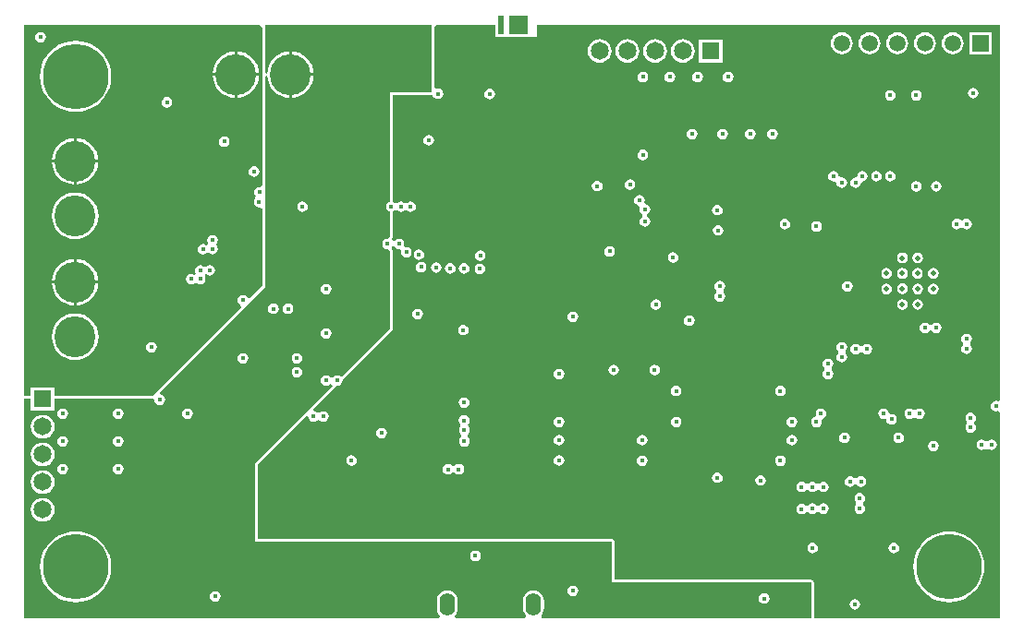
<source format=gbr>
%TF.GenerationSoftware,Altium Limited,Altium Designer,23.5.1 (21)*%
G04 Layer_Physical_Order=3*
G04 Layer_Color=16440176*
%FSLAX45Y45*%
%MOMM*%
%TF.SameCoordinates,184668B5-E9FD-47B0-B020-163135FE076F*%
%TF.FilePolarity,Positive*%
%TF.FileFunction,Copper,L3,Inr,Signal*%
%TF.Part,Single*%
G01*
G75*
%TA.AperFunction,ComponentPad*%
%ADD45C,0.46000*%
%ADD46C,3.75000*%
%ADD47C,1.65000*%
%ADD48R,1.65000X1.65000*%
%ADD49R,1.50000X1.50000*%
%ADD50C,1.50000*%
G04:AMPARAMS|DCode=51|XSize=2.1mm|YSize=1.4mm|CornerRadius=0.7mm|HoleSize=0mm|Usage=FLASHONLY|Rotation=90.000|XOffset=0mm|YOffset=0mm|HoleType=Round|Shape=RoundedRectangle|*
%AMROUNDEDRECTD51*
21,1,2.10000,0.00000,0,0,90.0*
21,1,0.70000,1.40000,0,0,90.0*
1,1,1.40000,0.00000,0.35000*
1,1,1.40000,0.00000,-0.35000*
1,1,1.40000,0.00000,-0.35000*
1,1,1.40000,0.00000,0.35000*
%
%ADD51ROUNDEDRECTD51*%
%ADD52R,1.65000X1.65000*%
%ADD53C,6.00000*%
%TA.AperFunction,ViaPad*%
%ADD54C,0.45000*%
%TA.AperFunction,Conductor*%
%ADD56R,0.50800X1.77800*%
%ADD57R,1.77800X1.77800*%
G36*
X8969414Y2029720D02*
X8949329Y2018701D01*
X8930640Y2022418D01*
X8911950Y2018701D01*
X8896106Y2008114D01*
X8885519Y1992270D01*
X8881802Y1973580D01*
X8885519Y1954890D01*
X8896106Y1939046D01*
X8911950Y1928459D01*
X8930640Y1924742D01*
X8949329Y1928459D01*
X8969414Y1917440D01*
Y30586D01*
X7263298D01*
Y354747D01*
X7261326Y364657D01*
X7255712Y373059D01*
X7247311Y378673D01*
X7237400Y380644D01*
X5436099D01*
Y728980D01*
X5434128Y738891D01*
X5428514Y747292D01*
X5420112Y752906D01*
X5410201Y754878D01*
X2172198D01*
X2172198Y1442752D01*
X2611277Y1881831D01*
X2615907Y1881304D01*
X2632010Y1873827D01*
X2634579Y1860910D01*
X2645166Y1845066D01*
X2661010Y1834479D01*
X2679700Y1830762D01*
X2698390Y1834479D01*
X2711049Y1842938D01*
X2724069Y1845066D01*
X2724231D01*
X2737251Y1842938D01*
X2749910Y1834479D01*
X2768600Y1830762D01*
X2787290Y1834479D01*
X2803134Y1845066D01*
X2813721Y1860910D01*
X2817438Y1879600D01*
X2813721Y1898290D01*
X2803134Y1914134D01*
X2787290Y1924721D01*
X2768600Y1928438D01*
X2749910Y1924721D01*
X2737251Y1916262D01*
X2724231Y1914134D01*
X2724069D01*
X2711049Y1916262D01*
X2698390Y1924721D01*
X2685473Y1927290D01*
X2677996Y1943393D01*
X2677469Y1948023D01*
X2872947Y2143502D01*
X2872948Y2143502D01*
X2878562Y2151904D01*
X2895600Y2160962D01*
X2914290Y2164679D01*
X2930134Y2175266D01*
X2940721Y2191110D01*
X2944438Y2209800D01*
X2946436Y2219778D01*
X2949599Y2221892D01*
X2952954Y2223685D01*
X2953769Y2224678D01*
X2954838Y2225392D01*
X3396511Y2667066D01*
X3402125Y2675467D01*
X3404096Y2685378D01*
Y3098799D01*
X3404097Y3395485D01*
X3403846Y3396745D01*
X3403972Y3398023D01*
X3402868Y3401663D01*
X3402126Y3405396D01*
X3401412Y3406464D01*
X3401039Y3407693D01*
X3400987Y3407756D01*
X3396601Y3417328D01*
X3397007Y3433341D01*
X3399001Y3436325D01*
X3399466Y3436507D01*
X3419457Y3437009D01*
X3421580Y3436325D01*
X3427486Y3427486D01*
X3443330Y3416899D01*
X3462020Y3413182D01*
X3466798Y3414132D01*
X3469423Y3412666D01*
X3482437Y3396525D01*
X3480308Y3385820D01*
X3484025Y3367130D01*
X3494612Y3351286D01*
X3510457Y3340699D01*
X3529146Y3336982D01*
X3547836Y3340699D01*
X3563680Y3351286D01*
X3574267Y3367130D01*
X3577984Y3385820D01*
X3574267Y3404510D01*
X3563680Y3420354D01*
X3547836Y3430941D01*
X3529146Y3434658D01*
X3524368Y3433708D01*
X3521743Y3435174D01*
X3508729Y3451315D01*
X3510858Y3462020D01*
X3507141Y3480710D01*
X3496554Y3496554D01*
X3480710Y3507141D01*
X3462020Y3510858D01*
X3443330Y3507141D01*
X3427486Y3496554D01*
X3423020Y3489870D01*
X3402491Y3490380D01*
X3397317Y3503348D01*
X3396943Y3505418D01*
X3400987Y3514244D01*
X3401039Y3514307D01*
X3401412Y3515536D01*
X3402126Y3516604D01*
X3402868Y3520337D01*
X3403972Y3523977D01*
X3403846Y3525255D01*
X3404097Y3526515D01*
X3404097Y3590381D01*
Y3684947D01*
Y3757913D01*
X3404079Y3758008D01*
X3409590Y3759104D01*
X3422249Y3767563D01*
X3435269Y3769691D01*
X3435431D01*
X3448451Y3767563D01*
X3461110Y3759104D01*
X3479800Y3755387D01*
X3498490Y3759104D01*
X3511149Y3767563D01*
X3524169Y3769691D01*
X3524331D01*
X3537351Y3767563D01*
X3550010Y3759104D01*
X3568700Y3755387D01*
X3587390Y3759104D01*
X3603234Y3769691D01*
X3613821Y3785535D01*
X3617538Y3804225D01*
X3613821Y3822915D01*
X3603234Y3838759D01*
X3587390Y3849346D01*
X3568700Y3853063D01*
X3550010Y3849346D01*
X3537351Y3840887D01*
X3524331Y3838759D01*
X3524169D01*
X3511149Y3840887D01*
X3498490Y3849346D01*
X3479800Y3853063D01*
X3461110Y3849346D01*
X3448451Y3840887D01*
X3435431Y3838759D01*
X3435269D01*
X3422249Y3840887D01*
X3409590Y3849346D01*
X3404079Y3850442D01*
X3404097Y3850537D01*
X3404098Y4825502D01*
X3759200D01*
X3769110Y4827474D01*
X3772739Y4825971D01*
X3773508Y4822107D01*
X3784095Y4806263D01*
X3799939Y4795676D01*
X3818628Y4791958D01*
X3837318Y4795676D01*
X3853162Y4806263D01*
X3863749Y4822107D01*
X3867467Y4840797D01*
X3863749Y4859486D01*
X3853162Y4875331D01*
X3837318Y4885918D01*
X3818628Y4889635D01*
X3805418Y4887007D01*
X3785098Y4898579D01*
X3785097Y5449093D01*
X3805417Y5469413D01*
X4343400D01*
Y5359400D01*
X4467898D01*
X4470400Y5358902D01*
X4648200D01*
X4650702Y5359400D01*
X4724400D01*
Y5469413D01*
X8969414D01*
Y2029720D01*
D02*
G37*
G36*
X3759199Y5469413D02*
X3759200Y4851400D01*
X3378200D01*
X3378200Y3850537D01*
X3372210Y3849346D01*
X3356366Y3838759D01*
X3345779Y3822915D01*
X3342062Y3804225D01*
X3345779Y3785535D01*
X3356366Y3769691D01*
X3372210Y3759104D01*
X3378200Y3757913D01*
Y3684947D01*
Y3590381D01*
X3378199Y3526515D01*
X3357880Y3509839D01*
X3339190Y3506121D01*
X3323346Y3495534D01*
X3312759Y3479690D01*
X3309042Y3461000D01*
X3312759Y3442311D01*
X3323346Y3426466D01*
X3339190Y3415879D01*
X3357880Y3412162D01*
X3378199Y3395485D01*
X3378199Y3098799D01*
Y2685378D01*
X2936525Y2243704D01*
X2930134Y2244334D01*
X2914290Y2254921D01*
X2895600Y2258638D01*
X2876910Y2254921D01*
X2861066Y2244334D01*
X2856477Y2237465D01*
X2833123D01*
X2828534Y2244334D01*
X2812690Y2254921D01*
X2794000Y2258638D01*
X2775310Y2254921D01*
X2759466Y2244334D01*
X2748879Y2228490D01*
X2745162Y2209800D01*
X2748879Y2191110D01*
X2759466Y2175266D01*
X2775310Y2164679D01*
X2794000Y2160962D01*
X2812690Y2164679D01*
X2827445Y2174539D01*
X2829143Y2175182D01*
X2850303Y2172275D01*
X2854636Y2161815D01*
X2146300Y1453479D01*
X2146300Y728980D01*
X5410201D01*
Y354747D01*
X7237400D01*
Y30586D01*
X4772403D01*
X4765949Y44181D01*
X4764677Y50906D01*
X4778782Y69288D01*
X4788395Y92495D01*
X4791673Y117400D01*
Y187400D01*
X4788395Y212305D01*
X4778782Y235512D01*
X4763490Y255440D01*
X4743562Y270732D01*
X4720355Y280345D01*
X4695450Y283623D01*
X4670546Y280345D01*
X4647338Y270732D01*
X4627410Y255440D01*
X4612119Y235512D01*
X4602506Y212305D01*
X4599227Y187400D01*
Y117400D01*
X4602506Y92495D01*
X4612119Y69288D01*
X4626223Y50906D01*
X4624951Y44181D01*
X4618497Y30586D01*
X3982404D01*
X3975949Y44181D01*
X3974677Y50906D01*
X3988782Y69288D01*
X3998395Y92495D01*
X4001673Y117400D01*
Y187400D01*
X3998395Y212305D01*
X3988782Y235512D01*
X3973490Y255440D01*
X3953562Y270732D01*
X3930355Y280345D01*
X3905450Y283623D01*
X3880546Y280345D01*
X3857338Y270732D01*
X3837410Y255440D01*
X3822119Y235512D01*
X3812506Y212305D01*
X3809227Y187400D01*
Y117400D01*
X3812506Y92495D01*
X3822119Y69288D01*
X3836223Y50906D01*
X3834951Y44181D01*
X3828497Y30586D01*
X30586D01*
Y2044202D01*
X89750D01*
Y1931250D01*
X305550D01*
Y2044202D01*
X1202871D01*
X1219397Y2033177D01*
X1222142Y2027073D01*
X1224879Y2013310D01*
X1235466Y1997466D01*
X1251310Y1986879D01*
X1270000Y1983162D01*
X1288690Y1986879D01*
X1304534Y1997466D01*
X1315121Y2013310D01*
X1318838Y2032000D01*
X1315121Y2050690D01*
X1304534Y2066534D01*
X1288690Y2077121D01*
X1278184Y2079210D01*
X1270270Y2100033D01*
X2235199Y3064963D01*
X2235200Y4990010D01*
X2244863Y5006328D01*
X2244866Y5006328D01*
Y5006328D01*
X2255520Y5006851D01*
X2255581Y5006232D01*
X2258681Y4974764D01*
X2270854Y4934632D01*
X2290624Y4897647D01*
X2317229Y4865229D01*
X2349647Y4838624D01*
X2386633Y4818854D01*
X2426764Y4806681D01*
X2455800Y4803821D01*
Y5016500D01*
X2468500D01*
D01*
X2455800D01*
Y5229179D01*
X2426764Y5226319D01*
X2386633Y5214146D01*
X2349647Y5194376D01*
X2317229Y5167771D01*
X2290624Y5135353D01*
X2270854Y5098368D01*
X2258681Y5058236D01*
X2255581Y5026768D01*
X2255520Y5026149D01*
X2244866Y5026672D01*
Y5026672D01*
X2244863Y5026672D01*
X2235200Y5042990D01*
X2235200Y5469413D01*
X3759199Y5469413D01*
D02*
G37*
G36*
X2209303Y5449093D02*
X2209302Y5042990D01*
X2209663Y5041175D01*
X2209563Y5039326D01*
X2209800Y5038652D01*
Y4994347D01*
X2209563Y4993674D01*
X2209664Y4991826D01*
X2209302Y4990010D01*
X2209302Y4000548D01*
X2188982Y3984927D01*
X2184400Y3985838D01*
X2165710Y3982121D01*
X2149866Y3971534D01*
X2139279Y3955690D01*
X2135562Y3937000D01*
X2139279Y3918310D01*
X2149866Y3902466D01*
X2147266Y3880034D01*
X2136679Y3864190D01*
X2132962Y3845500D01*
X2136679Y3826810D01*
X2147266Y3810966D01*
X2163110Y3800379D01*
X2181800Y3796662D01*
X2188982Y3798090D01*
X2209302Y3783689D01*
X2209302Y3075690D01*
X2096667Y2963055D01*
X2074254Y2969379D01*
X2066534Y2980934D01*
X2050690Y2991521D01*
X2032000Y2995238D01*
X2013310Y2991521D01*
X1997466Y2980934D01*
X1986879Y2965090D01*
X1983162Y2946400D01*
X1986879Y2927710D01*
X1997466Y2911866D01*
X2009021Y2904146D01*
X2015345Y2881733D01*
X1251958Y2118346D01*
X1249360Y2114459D01*
X1246646Y2110645D01*
X1246559Y2110266D01*
X1246344Y2109944D01*
X1206500Y2070100D01*
X305550D01*
Y2147050D01*
X89750D01*
Y2070100D01*
X30586D01*
Y5469413D01*
X2188983D01*
X2209303Y5449093D01*
D02*
G37*
%LPC*%
G36*
X8890010Y5403920D02*
X8689210D01*
Y5203120D01*
X8890010D01*
Y5403920D01*
D02*
G37*
G36*
X8535610Y5404786D02*
X8509401Y5401336D01*
X8484977Y5391219D01*
X8464004Y5375126D01*
X8447911Y5354153D01*
X8437795Y5329730D01*
X8434344Y5303520D01*
X8437795Y5277310D01*
X8447911Y5252887D01*
X8464004Y5231914D01*
X8484977Y5215821D01*
X8509401Y5205704D01*
X8535610Y5202254D01*
X8561820Y5205704D01*
X8586243Y5215821D01*
X8607216Y5231914D01*
X8623309Y5252887D01*
X8633426Y5277310D01*
X8636877Y5303520D01*
X8633426Y5329730D01*
X8623309Y5354153D01*
X8607216Y5375126D01*
X8586243Y5391219D01*
X8561820Y5401336D01*
X8535610Y5404786D01*
D02*
G37*
G36*
X8281610D02*
X8255401Y5401336D01*
X8230977Y5391219D01*
X8210004Y5375126D01*
X8193911Y5354153D01*
X8183795Y5329730D01*
X8180344Y5303520D01*
X8183795Y5277310D01*
X8193911Y5252887D01*
X8210004Y5231914D01*
X8230977Y5215821D01*
X8255401Y5205704D01*
X8281610Y5202254D01*
X8307820Y5205704D01*
X8332243Y5215821D01*
X8353216Y5231914D01*
X8369309Y5252887D01*
X8379426Y5277310D01*
X8382877Y5303520D01*
X8379426Y5329730D01*
X8369309Y5354153D01*
X8353216Y5375126D01*
X8332243Y5391219D01*
X8307820Y5401336D01*
X8281610Y5404786D01*
D02*
G37*
G36*
X8027610D02*
X8001401Y5401336D01*
X7976977Y5391219D01*
X7956004Y5375126D01*
X7939911Y5354153D01*
X7929795Y5329730D01*
X7926344Y5303520D01*
X7929795Y5277310D01*
X7939911Y5252887D01*
X7956004Y5231914D01*
X7976977Y5215821D01*
X8001401Y5205704D01*
X8027610Y5202254D01*
X8053820Y5205704D01*
X8078243Y5215821D01*
X8099216Y5231914D01*
X8115309Y5252887D01*
X8125426Y5277310D01*
X8128877Y5303520D01*
X8125426Y5329730D01*
X8115309Y5354153D01*
X8099216Y5375126D01*
X8078243Y5391219D01*
X8053820Y5401336D01*
X8027610Y5404786D01*
D02*
G37*
G36*
X7773610D02*
X7747401Y5401336D01*
X7722977Y5391219D01*
X7702004Y5375126D01*
X7685911Y5354153D01*
X7675795Y5329730D01*
X7672344Y5303520D01*
X7675795Y5277310D01*
X7685911Y5252887D01*
X7702004Y5231914D01*
X7722977Y5215821D01*
X7747401Y5205704D01*
X7773610Y5202254D01*
X7799820Y5205704D01*
X7824243Y5215821D01*
X7845216Y5231914D01*
X7861309Y5252887D01*
X7871426Y5277310D01*
X7874877Y5303520D01*
X7871426Y5329730D01*
X7861309Y5354153D01*
X7845216Y5375126D01*
X7824243Y5391219D01*
X7799820Y5401336D01*
X7773610Y5404786D01*
D02*
G37*
G36*
X7519610D02*
X7493401Y5401336D01*
X7468977Y5391219D01*
X7448004Y5375126D01*
X7431911Y5354153D01*
X7421795Y5329730D01*
X7418344Y5303520D01*
X7421795Y5277310D01*
X7431911Y5252887D01*
X7448004Y5231914D01*
X7468977Y5215821D01*
X7493401Y5205704D01*
X7519610Y5202254D01*
X7545820Y5205704D01*
X7570243Y5215821D01*
X7591216Y5231914D01*
X7607309Y5252887D01*
X7617426Y5277310D01*
X7620877Y5303520D01*
X7617426Y5329730D01*
X7607309Y5354153D01*
X7591216Y5375126D01*
X7570243Y5391219D01*
X7545820Y5401336D01*
X7519610Y5404786D01*
D02*
G37*
G36*
X6424880Y5340300D02*
X6209080D01*
Y5124500D01*
X6424880D01*
Y5340300D01*
D02*
G37*
G36*
X6062980Y5341231D02*
X6034812Y5337523D01*
X6008565Y5326651D01*
X5986025Y5309355D01*
X5968729Y5286815D01*
X5957857Y5260568D01*
X5954149Y5232400D01*
X5957857Y5204232D01*
X5968729Y5177985D01*
X5986025Y5155445D01*
X6008565Y5138149D01*
X6034812Y5127277D01*
X6062980Y5123569D01*
X6091148Y5127277D01*
X6117395Y5138149D01*
X6139935Y5155445D01*
X6157231Y5177985D01*
X6168103Y5204232D01*
X6171811Y5232400D01*
X6168103Y5260568D01*
X6157231Y5286815D01*
X6139935Y5309355D01*
X6117395Y5326651D01*
X6091148Y5337523D01*
X6062980Y5341231D01*
D02*
G37*
G36*
X5808980D02*
X5780812Y5337523D01*
X5754565Y5326651D01*
X5732025Y5309355D01*
X5714729Y5286815D01*
X5703857Y5260568D01*
X5700149Y5232400D01*
X5703857Y5204232D01*
X5714729Y5177985D01*
X5732025Y5155445D01*
X5754565Y5138149D01*
X5780812Y5127277D01*
X5808980Y5123569D01*
X5837148Y5127277D01*
X5863395Y5138149D01*
X5885935Y5155445D01*
X5903231Y5177985D01*
X5914103Y5204232D01*
X5917811Y5232400D01*
X5914103Y5260568D01*
X5903231Y5286815D01*
X5885935Y5309355D01*
X5863395Y5326651D01*
X5837148Y5337523D01*
X5808980Y5341231D01*
D02*
G37*
G36*
X5554980D02*
X5526812Y5337523D01*
X5500565Y5326651D01*
X5478025Y5309355D01*
X5460729Y5286815D01*
X5449857Y5260568D01*
X5446149Y5232400D01*
X5449857Y5204232D01*
X5460729Y5177985D01*
X5478025Y5155445D01*
X5500565Y5138149D01*
X5526812Y5127277D01*
X5554980Y5123569D01*
X5583148Y5127277D01*
X5609395Y5138149D01*
X5631935Y5155445D01*
X5649231Y5177985D01*
X5660103Y5204232D01*
X5663811Y5232400D01*
X5660103Y5260568D01*
X5649231Y5286815D01*
X5631935Y5309355D01*
X5609395Y5326651D01*
X5583148Y5337523D01*
X5554980Y5341231D01*
D02*
G37*
G36*
X5300980D02*
X5272812Y5337523D01*
X5246565Y5326651D01*
X5224025Y5309355D01*
X5206729Y5286815D01*
X5195857Y5260568D01*
X5192149Y5232400D01*
X5195857Y5204232D01*
X5206729Y5177985D01*
X5224025Y5155445D01*
X5246565Y5138149D01*
X5272812Y5127277D01*
X5300980Y5123569D01*
X5329148Y5127277D01*
X5355395Y5138149D01*
X5377935Y5155445D01*
X5395231Y5177985D01*
X5406103Y5204232D01*
X5409811Y5232400D01*
X5406103Y5260568D01*
X5395231Y5286815D01*
X5377935Y5309355D01*
X5355395Y5326651D01*
X5329148Y5337523D01*
X5300980Y5341231D01*
D02*
G37*
G36*
X6477000Y5042478D02*
X6458310Y5038761D01*
X6442466Y5028174D01*
X6431879Y5012330D01*
X6428162Y4993640D01*
X6431879Y4974950D01*
X6442466Y4959106D01*
X6458310Y4948519D01*
X6477000Y4944802D01*
X6495690Y4948519D01*
X6511534Y4959106D01*
X6522121Y4974950D01*
X6525838Y4993640D01*
X6522121Y5012330D01*
X6511534Y5028174D01*
X6495690Y5038761D01*
X6477000Y5042478D01*
D02*
G37*
G36*
X6197600D02*
X6178910Y5038761D01*
X6163066Y5028174D01*
X6152479Y5012330D01*
X6148762Y4993640D01*
X6152479Y4974950D01*
X6163066Y4959106D01*
X6178910Y4948519D01*
X6197600Y4944802D01*
X6216290Y4948519D01*
X6232134Y4959106D01*
X6242721Y4974950D01*
X6246438Y4993640D01*
X6242721Y5012330D01*
X6232134Y5028174D01*
X6216290Y5038761D01*
X6197600Y5042478D01*
D02*
G37*
G36*
X5943600D02*
X5924910Y5038761D01*
X5909066Y5028174D01*
X5898479Y5012330D01*
X5894762Y4993640D01*
X5898479Y4974950D01*
X5909066Y4959106D01*
X5924910Y4948519D01*
X5943600Y4944802D01*
X5962290Y4948519D01*
X5978134Y4959106D01*
X5988721Y4974950D01*
X5992438Y4993640D01*
X5988721Y5012330D01*
X5978134Y5028174D01*
X5962290Y5038761D01*
X5943600Y5042478D01*
D02*
G37*
G36*
X5696310D02*
X5677621Y5038761D01*
X5661777Y5028174D01*
X5651190Y5012330D01*
X5647472Y4993640D01*
X5651190Y4974950D01*
X5661777Y4959106D01*
X5677621Y4948519D01*
X5696310Y4944802D01*
X5715000Y4948519D01*
X5730844Y4959106D01*
X5741431Y4974950D01*
X5745149Y4993640D01*
X5741431Y5012330D01*
X5730844Y5028174D01*
X5715000Y5038761D01*
X5696310Y5042478D01*
D02*
G37*
G36*
X8722360Y4892618D02*
X8703670Y4888901D01*
X8687826Y4878314D01*
X8677239Y4862470D01*
X8673522Y4843780D01*
X8677239Y4825090D01*
X8687826Y4809246D01*
X8703670Y4798659D01*
X8722360Y4794942D01*
X8741050Y4798659D01*
X8756894Y4809246D01*
X8767481Y4825090D01*
X8771198Y4843780D01*
X8767481Y4862470D01*
X8756894Y4878314D01*
X8741050Y4888901D01*
X8722360Y4892618D01*
D02*
G37*
G36*
X4292600Y4887462D02*
X4273910Y4883744D01*
X4258066Y4873157D01*
X4247479Y4857313D01*
X4243762Y4838624D01*
X4247479Y4819934D01*
X4258066Y4804090D01*
X4273910Y4793503D01*
X4292600Y4789785D01*
X4311290Y4793503D01*
X4327134Y4804090D01*
X4337721Y4819934D01*
X4341438Y4838624D01*
X4337721Y4857313D01*
X4327134Y4873157D01*
X4311290Y4883744D01*
X4292600Y4887462D01*
D02*
G37*
G36*
X8201660Y4874838D02*
X8182970Y4871121D01*
X8167126Y4860534D01*
X8156539Y4844690D01*
X8152822Y4826000D01*
X8156539Y4807310D01*
X8167126Y4791466D01*
X8182970Y4780879D01*
X8201660Y4777162D01*
X8220350Y4780879D01*
X8236194Y4791466D01*
X8246781Y4807310D01*
X8250498Y4826000D01*
X8246781Y4844690D01*
X8236194Y4860534D01*
X8220350Y4871121D01*
X8201660Y4874838D01*
D02*
G37*
G36*
X7962900D02*
X7944210Y4871121D01*
X7928366Y4860534D01*
X7917779Y4844690D01*
X7914062Y4826000D01*
X7917779Y4807310D01*
X7928366Y4791466D01*
X7944210Y4780879D01*
X7962900Y4777162D01*
X7981590Y4780879D01*
X7997434Y4791466D01*
X8008021Y4807310D01*
X8011738Y4826000D01*
X8008021Y4844690D01*
X7997434Y4860534D01*
X7981590Y4871121D01*
X7962900Y4874838D01*
D02*
G37*
G36*
X6883400Y4519238D02*
X6864710Y4515521D01*
X6848866Y4504934D01*
X6838279Y4489090D01*
X6834562Y4470400D01*
X6838279Y4451710D01*
X6848866Y4435866D01*
X6864710Y4425279D01*
X6883400Y4421562D01*
X6902090Y4425279D01*
X6917934Y4435866D01*
X6928521Y4451710D01*
X6932238Y4470400D01*
X6928521Y4489090D01*
X6917934Y4504934D01*
X6902090Y4515521D01*
X6883400Y4519238D01*
D02*
G37*
G36*
X6680200D02*
X6661510Y4515521D01*
X6645666Y4504934D01*
X6635079Y4489090D01*
X6631362Y4470400D01*
X6635079Y4451710D01*
X6645666Y4435866D01*
X6661510Y4425279D01*
X6680200Y4421562D01*
X6698890Y4425279D01*
X6714734Y4435866D01*
X6725321Y4451710D01*
X6729038Y4470400D01*
X6725321Y4489090D01*
X6714734Y4504934D01*
X6698890Y4515521D01*
X6680200Y4519238D01*
D02*
G37*
G36*
X6426200D02*
X6407510Y4515521D01*
X6391666Y4504934D01*
X6381079Y4489090D01*
X6377362Y4470400D01*
X6381079Y4451710D01*
X6391666Y4435866D01*
X6407510Y4425279D01*
X6426200Y4421562D01*
X6444890Y4425279D01*
X6460734Y4435866D01*
X6471321Y4451710D01*
X6475038Y4470400D01*
X6471321Y4489090D01*
X6460734Y4504934D01*
X6444890Y4515521D01*
X6426200Y4519238D01*
D02*
G37*
G36*
X6146800D02*
X6128110Y4515521D01*
X6112266Y4504934D01*
X6101679Y4489090D01*
X6097962Y4470400D01*
X6101679Y4451710D01*
X6112266Y4435866D01*
X6128110Y4425279D01*
X6146800Y4421562D01*
X6165490Y4425279D01*
X6181334Y4435866D01*
X6191921Y4451710D01*
X6195638Y4470400D01*
X6191921Y4489090D01*
X6181334Y4504934D01*
X6165490Y4515521D01*
X6146800Y4519238D01*
D02*
G37*
G36*
X3733800Y4461877D02*
X3715110Y4458159D01*
X3699266Y4447573D01*
X3688679Y4431728D01*
X3684962Y4413039D01*
X3688679Y4394349D01*
X3699266Y4378505D01*
X3715110Y4367918D01*
X3733800Y4364200D01*
X3752490Y4367918D01*
X3768334Y4378505D01*
X3778921Y4394349D01*
X3782638Y4413039D01*
X3778921Y4431728D01*
X3768334Y4447573D01*
X3752490Y4458159D01*
X3733800Y4461877D01*
D02*
G37*
G36*
X5696310Y4328738D02*
X5677621Y4325021D01*
X5661777Y4314434D01*
X5651190Y4298590D01*
X5647472Y4279900D01*
X5651190Y4261210D01*
X5661777Y4245366D01*
X5677621Y4234779D01*
X5696310Y4231062D01*
X5715000Y4234779D01*
X5730844Y4245366D01*
X5741431Y4261210D01*
X5745149Y4279900D01*
X5741431Y4298590D01*
X5730844Y4314434D01*
X5715000Y4325021D01*
X5696310Y4328738D01*
D02*
G37*
G36*
X7962900Y4133138D02*
X7944210Y4129421D01*
X7928366Y4118834D01*
X7917779Y4102990D01*
X7914062Y4084300D01*
X7917779Y4065610D01*
X7928366Y4049766D01*
X7944210Y4039179D01*
X7962900Y4035462D01*
X7981590Y4039179D01*
X7997434Y4049766D01*
X8008021Y4065610D01*
X8011738Y4084300D01*
X8008021Y4102990D01*
X7997434Y4118834D01*
X7981590Y4129421D01*
X7962900Y4133138D01*
D02*
G37*
G36*
X7835900D02*
X7817210Y4129421D01*
X7801366Y4118834D01*
X7790779Y4102990D01*
X7787062Y4084300D01*
X7790779Y4065610D01*
X7801366Y4049766D01*
X7817210Y4039179D01*
X7835900Y4035462D01*
X7854590Y4039179D01*
X7870434Y4049766D01*
X7881021Y4065610D01*
X7884738Y4084300D01*
X7881021Y4102990D01*
X7870434Y4118834D01*
X7854590Y4129421D01*
X7835900Y4133138D01*
D02*
G37*
G36*
X7707333Y4133431D02*
X7688644Y4129713D01*
X7672799Y4119126D01*
X7662213Y4103282D01*
X7659967Y4091995D01*
X7645400Y4074174D01*
X7626710Y4070457D01*
X7610866Y4059870D01*
X7600279Y4044026D01*
X7596562Y4025336D01*
X7600279Y4006647D01*
X7610866Y3990802D01*
X7626710Y3980215D01*
X7645400Y3976498D01*
X7664090Y3980215D01*
X7679934Y3990802D01*
X7690521Y4006647D01*
X7692766Y4017933D01*
X7707334Y4035754D01*
X7726023Y4039471D01*
X7741867Y4050058D01*
X7752454Y4065903D01*
X7756172Y4084592D01*
X7752454Y4103282D01*
X7741867Y4119126D01*
X7726023Y4129713D01*
X7707333Y4133431D01*
D02*
G37*
G36*
X7442200Y4133138D02*
X7423510Y4129421D01*
X7407666Y4118834D01*
X7397079Y4102990D01*
X7393362Y4084300D01*
X7397079Y4065610D01*
X7407666Y4049766D01*
X7423510Y4039179D01*
X7442200Y4035462D01*
X7451214Y4037255D01*
X7467746Y4026515D01*
X7470245Y4021899D01*
X7473279Y4006647D01*
X7483866Y3990802D01*
X7499710Y3980215D01*
X7518400Y3976498D01*
X7537090Y3980215D01*
X7552934Y3990802D01*
X7563521Y4006647D01*
X7567238Y4025336D01*
X7563521Y4044026D01*
X7552934Y4059870D01*
X7537090Y4070457D01*
X7518400Y4074174D01*
X7509386Y4072381D01*
X7492854Y4083121D01*
X7490355Y4087737D01*
X7487321Y4102990D01*
X7476734Y4118834D01*
X7460890Y4129421D01*
X7442200Y4133138D01*
D02*
G37*
G36*
X5577840Y4055391D02*
X5559150Y4051674D01*
X5543306Y4041087D01*
X5532719Y4025242D01*
X5529002Y4006553D01*
X5532719Y3987863D01*
X5543306Y3972019D01*
X5559150Y3961432D01*
X5577840Y3957714D01*
X5596530Y3961432D01*
X5612374Y3972019D01*
X5622961Y3987863D01*
X5626678Y4006553D01*
X5622961Y4025242D01*
X5612374Y4041087D01*
X5596530Y4051674D01*
X5577840Y4055391D01*
D02*
G37*
G36*
X5278120Y4041718D02*
X5259430Y4038001D01*
X5243586Y4027414D01*
X5232999Y4011570D01*
X5229282Y3992880D01*
X5232999Y3974190D01*
X5243586Y3958346D01*
X5259430Y3947759D01*
X5278120Y3944042D01*
X5296810Y3947759D01*
X5312654Y3958346D01*
X5323241Y3974190D01*
X5326958Y3992880D01*
X5323241Y4011570D01*
X5312654Y4027414D01*
X5296810Y4038001D01*
X5278120Y4041718D01*
D02*
G37*
G36*
X8384166Y4037639D02*
X8365476Y4033921D01*
X8349632Y4023334D01*
X8339045Y4007490D01*
X8335327Y3988800D01*
X8339045Y3970111D01*
X8349632Y3954266D01*
X8365476Y3943679D01*
X8384166Y3939962D01*
X8402855Y3943679D01*
X8418700Y3954266D01*
X8429287Y3970111D01*
X8433004Y3988800D01*
X8429287Y4007490D01*
X8418700Y4023334D01*
X8402855Y4033921D01*
X8384166Y4037639D01*
D02*
G37*
G36*
X8201660D02*
X8182970Y4033921D01*
X8167126Y4023334D01*
X8156539Y4007490D01*
X8152822Y3988800D01*
X8156539Y3970111D01*
X8167126Y3954266D01*
X8182970Y3943679D01*
X8201660Y3939962D01*
X8220350Y3943679D01*
X8236194Y3954266D01*
X8246781Y3970111D01*
X8250498Y3988800D01*
X8246781Y4007490D01*
X8236194Y4023334D01*
X8220350Y4033921D01*
X8201660Y4037639D01*
D02*
G37*
G36*
X6379300Y3821236D02*
X6360610Y3817518D01*
X6344766Y3806931D01*
X6334179Y3791087D01*
X6330462Y3772398D01*
X6334179Y3753708D01*
X6344766Y3737864D01*
X6360610Y3727277D01*
X6379300Y3723559D01*
X6397989Y3727277D01*
X6413834Y3737864D01*
X6424421Y3753708D01*
X6428138Y3772398D01*
X6424421Y3791087D01*
X6413834Y3806931D01*
X6397989Y3817518D01*
X6379300Y3821236D01*
D02*
G37*
G36*
X8661400Y3693738D02*
X8642710Y3690021D01*
X8630051Y3681562D01*
X8617031Y3679434D01*
X8616869D01*
X8603849Y3681562D01*
X8591190Y3690021D01*
X8572500Y3693738D01*
X8553810Y3690021D01*
X8537966Y3679434D01*
X8527379Y3663590D01*
X8523662Y3644900D01*
X8527379Y3626210D01*
X8537966Y3610366D01*
X8553810Y3599779D01*
X8572500Y3596062D01*
X8591190Y3599779D01*
X8603849Y3608238D01*
X8616869Y3610366D01*
X8617031D01*
X8630051Y3608238D01*
X8642710Y3599779D01*
X8661400Y3596062D01*
X8680090Y3599779D01*
X8695934Y3610366D01*
X8706521Y3626210D01*
X8710238Y3644900D01*
X8706521Y3663590D01*
X8695934Y3679434D01*
X8680090Y3690021D01*
X8661400Y3693738D01*
D02*
G37*
G36*
X5664100Y3911135D02*
X5645410Y3907418D01*
X5629566Y3896831D01*
X5618979Y3880987D01*
X5615262Y3862297D01*
X5618979Y3843608D01*
X5629566Y3827763D01*
X5645410Y3817176D01*
X5657641Y3814743D01*
X5667794Y3799595D01*
X5669342Y3793783D01*
X5666162Y3777794D01*
X5669879Y3759104D01*
X5680466Y3743260D01*
X5693812Y3734342D01*
X5695164Y3723397D01*
X5693812Y3712452D01*
X5680466Y3703534D01*
X5669879Y3687690D01*
X5666162Y3669000D01*
X5669879Y3650310D01*
X5680466Y3634466D01*
X5696310Y3623879D01*
X5715000Y3620162D01*
X5733690Y3623879D01*
X5749534Y3634466D01*
X5760121Y3650310D01*
X5763838Y3669000D01*
X5760121Y3687690D01*
X5749534Y3703534D01*
X5736188Y3712452D01*
X5734836Y3723397D01*
X5736188Y3734342D01*
X5749534Y3743260D01*
X5760121Y3759104D01*
X5763838Y3777794D01*
X5760121Y3796483D01*
X5749534Y3812328D01*
X5733690Y3822915D01*
X5721458Y3825347D01*
X5711306Y3840496D01*
X5709758Y3846308D01*
X5712938Y3862297D01*
X5709221Y3880987D01*
X5698634Y3896831D01*
X5682789Y3907418D01*
X5664100Y3911135D01*
D02*
G37*
G36*
X6997700Y3693738D02*
X6979010Y3690021D01*
X6963166Y3679434D01*
X6952579Y3663590D01*
X6948862Y3644900D01*
X6952579Y3626210D01*
X6963166Y3610366D01*
X6979010Y3599779D01*
X6997700Y3596062D01*
X7016390Y3599779D01*
X7032234Y3610366D01*
X7042821Y3626210D01*
X7046538Y3644900D01*
X7042821Y3663590D01*
X7032234Y3679434D01*
X7016390Y3690021D01*
X6997700Y3693738D01*
D02*
G37*
G36*
X7287260Y3670878D02*
X7268570Y3667161D01*
X7252726Y3656574D01*
X7242139Y3640730D01*
X7238422Y3622040D01*
X7242139Y3603350D01*
X7252726Y3587506D01*
X7268570Y3576919D01*
X7287260Y3573202D01*
X7305950Y3576919D01*
X7321794Y3587506D01*
X7332381Y3603350D01*
X7336098Y3622040D01*
X7332381Y3640730D01*
X7321794Y3656574D01*
X7305950Y3667161D01*
X7287260Y3670878D01*
D02*
G37*
G36*
X6385560Y3635318D02*
X6366870Y3631601D01*
X6351026Y3621014D01*
X6340439Y3605170D01*
X6336722Y3586480D01*
X6340439Y3567790D01*
X6351026Y3551946D01*
X6366870Y3541359D01*
X6385560Y3537642D01*
X6404250Y3541359D01*
X6420094Y3551946D01*
X6430681Y3567790D01*
X6434398Y3586480D01*
X6430681Y3605170D01*
X6420094Y3621014D01*
X6404250Y3631601D01*
X6385560Y3635318D01*
D02*
G37*
G36*
X5392420Y3442278D02*
X5373730Y3438561D01*
X5357886Y3427974D01*
X5347299Y3412130D01*
X5343582Y3393440D01*
X5347299Y3374750D01*
X5357886Y3358906D01*
X5373730Y3348319D01*
X5392420Y3344602D01*
X5411110Y3348319D01*
X5426954Y3358906D01*
X5437541Y3374750D01*
X5441258Y3393440D01*
X5437541Y3412130D01*
X5426954Y3427974D01*
X5411110Y3438561D01*
X5392420Y3442278D01*
D02*
G37*
G36*
X3644900Y3413641D02*
X3626210Y3409923D01*
X3610366Y3399336D01*
X3599779Y3383492D01*
X3596062Y3364803D01*
X3599779Y3346113D01*
X3610366Y3330269D01*
X3626210Y3319682D01*
X3644900Y3315964D01*
X3663590Y3319682D01*
X3679434Y3330269D01*
X3690021Y3346113D01*
X3693738Y3364803D01*
X3690021Y3383492D01*
X3679434Y3399336D01*
X3663590Y3409923D01*
X3644900Y3413641D01*
D02*
G37*
G36*
X4206240Y3404178D02*
X4187550Y3400461D01*
X4171706Y3389874D01*
X4161119Y3374030D01*
X4157402Y3355340D01*
X4161119Y3336650D01*
X4171706Y3320806D01*
X4187550Y3310219D01*
X4206240Y3306502D01*
X4224930Y3310219D01*
X4240774Y3320806D01*
X4251361Y3336650D01*
X4255078Y3355340D01*
X4251361Y3374030D01*
X4240774Y3389874D01*
X4224930Y3400461D01*
X4206240Y3404178D01*
D02*
G37*
G36*
X5974351Y3387365D02*
X5955661Y3383647D01*
X5939817Y3373060D01*
X5929230Y3357216D01*
X5925512Y3338526D01*
X5929230Y3319837D01*
X5939817Y3303992D01*
X5955661Y3293405D01*
X5974351Y3289688D01*
X5993040Y3293405D01*
X6008884Y3303992D01*
X6019471Y3319837D01*
X6023189Y3338526D01*
X6019471Y3357216D01*
X6008884Y3373060D01*
X5993040Y3383647D01*
X5974351Y3387365D01*
D02*
G37*
G36*
X8214140Y3383068D02*
X8195255Y3379312D01*
X8179246Y3368615D01*
X8168548Y3352605D01*
X8164792Y3333720D01*
X8168548Y3314835D01*
X8179246Y3298826D01*
X8195255Y3288128D01*
X8214140Y3284372D01*
X8233025Y3288128D01*
X8249035Y3298826D01*
X8259732Y3314835D01*
X8263488Y3333720D01*
X8259732Y3352605D01*
X8249035Y3368615D01*
X8233025Y3379312D01*
X8214140Y3383068D01*
D02*
G37*
G36*
X8074440D02*
X8055555Y3379312D01*
X8039546Y3368615D01*
X8028848Y3352605D01*
X8025092Y3333720D01*
X8028848Y3314835D01*
X8039546Y3298826D01*
X8055555Y3288128D01*
X8074440Y3284372D01*
X8093325Y3288128D01*
X8109335Y3298826D01*
X8120032Y3314835D01*
X8123788Y3333720D01*
X8120032Y3352605D01*
X8109335Y3368615D01*
X8093325Y3379312D01*
X8074440Y3383068D01*
D02*
G37*
G36*
X3665220Y3298218D02*
X3646530Y3294501D01*
X3630686Y3283914D01*
X3620099Y3268070D01*
X3616382Y3249380D01*
X3620099Y3230691D01*
X3630686Y3214846D01*
X3646530Y3204259D01*
X3665220Y3200542D01*
X3683910Y3204259D01*
X3699754Y3214846D01*
X3710341Y3230691D01*
X3714058Y3249380D01*
X3710341Y3268070D01*
X3699754Y3283914D01*
X3683910Y3294501D01*
X3665220Y3298218D01*
D02*
G37*
G36*
X3802380Y3292418D02*
X3783690Y3288701D01*
X3767846Y3278114D01*
X3757259Y3262270D01*
X3753542Y3243580D01*
X3757259Y3224890D01*
X3767846Y3209046D01*
X3783690Y3198459D01*
X3802380Y3194742D01*
X3821070Y3198459D01*
X3836914Y3209046D01*
X3847501Y3224890D01*
X3851218Y3243580D01*
X3847501Y3262270D01*
X3836914Y3278114D01*
X3821070Y3288701D01*
X3802380Y3292418D01*
D02*
G37*
G36*
X4059498Y3287338D02*
X4040809Y3283621D01*
X4024965Y3273034D01*
X4014378Y3257190D01*
X4010660Y3238500D01*
X4014378Y3219810D01*
X4024965Y3203966D01*
X4040809Y3193379D01*
X4059498Y3189662D01*
X4078188Y3193379D01*
X4094032Y3203966D01*
X4104619Y3219810D01*
X4108337Y3238500D01*
X4104619Y3257190D01*
X4094032Y3273034D01*
X4078188Y3283621D01*
X4059498Y3287338D01*
D02*
G37*
G36*
X3931920D02*
X3913230Y3283621D01*
X3897386Y3273034D01*
X3886799Y3257190D01*
X3883082Y3238500D01*
X3886799Y3219810D01*
X3897386Y3203966D01*
X3913230Y3193379D01*
X3931920Y3189662D01*
X3950610Y3193379D01*
X3966454Y3203966D01*
X3977041Y3219810D01*
X3980758Y3238500D01*
X3977041Y3257190D01*
X3966454Y3273034D01*
X3950610Y3283621D01*
X3931920Y3287338D01*
D02*
G37*
G36*
X4203700Y3282258D02*
X4185010Y3278541D01*
X4169166Y3267954D01*
X4158579Y3252110D01*
X4154862Y3233420D01*
X4158579Y3214730D01*
X4169166Y3198886D01*
X4185010Y3188299D01*
X4203700Y3184582D01*
X4222390Y3188299D01*
X4238234Y3198886D01*
X4248821Y3214730D01*
X4252538Y3233420D01*
X4248821Y3252110D01*
X4238234Y3267954D01*
X4222390Y3278541D01*
X4203700Y3282258D01*
D02*
G37*
G36*
X8356380Y3240828D02*
X8337495Y3237072D01*
X8321486Y3226375D01*
X8310788Y3210365D01*
X8307032Y3191480D01*
X8310788Y3172595D01*
X8321486Y3156586D01*
X8337495Y3145888D01*
X8356380Y3142132D01*
X8375265Y3145888D01*
X8391275Y3156586D01*
X8401972Y3172595D01*
X8405728Y3191480D01*
X8401972Y3210365D01*
X8391275Y3226375D01*
X8375265Y3237072D01*
X8356380Y3240828D01*
D02*
G37*
G36*
X8211600D02*
X8192715Y3237072D01*
X8176706Y3226375D01*
X8166008Y3210365D01*
X8162252Y3191480D01*
X8166008Y3172595D01*
X8176706Y3156586D01*
X8192715Y3145888D01*
X8211600Y3142132D01*
X8230485Y3145888D01*
X8246495Y3156586D01*
X8257192Y3172595D01*
X8260948Y3191480D01*
X8257192Y3210365D01*
X8246495Y3226375D01*
X8230485Y3237072D01*
X8211600Y3240828D01*
D02*
G37*
G36*
X8074440D02*
X8055555Y3237072D01*
X8039546Y3226375D01*
X8028848Y3210365D01*
X8025092Y3191480D01*
X8028848Y3172595D01*
X8039546Y3156586D01*
X8055555Y3145888D01*
X8074440Y3142132D01*
X8093325Y3145888D01*
X8109335Y3156586D01*
X8120032Y3172595D01*
X8123788Y3191480D01*
X8120032Y3210365D01*
X8109335Y3226375D01*
X8093325Y3237072D01*
X8074440Y3240828D01*
D02*
G37*
G36*
X7929660D02*
X7910775Y3237072D01*
X7894766Y3226375D01*
X7884068Y3210365D01*
X7880312Y3191480D01*
X7884068Y3172595D01*
X7894766Y3156586D01*
X7910775Y3145888D01*
X7929660Y3142132D01*
X7948545Y3145888D01*
X7964555Y3156586D01*
X7975252Y3172595D01*
X7979008Y3191480D01*
X7975252Y3210365D01*
X7964555Y3226375D01*
X7948545Y3237072D01*
X7929660Y3240828D01*
D02*
G37*
G36*
X7569200Y3122238D02*
X7550510Y3118521D01*
X7534666Y3107934D01*
X7524079Y3092090D01*
X7520362Y3073400D01*
X7524079Y3054710D01*
X7534666Y3038866D01*
X7550510Y3028279D01*
X7569200Y3024562D01*
X7587890Y3028279D01*
X7603734Y3038866D01*
X7614321Y3054710D01*
X7618038Y3073400D01*
X7614321Y3092090D01*
X7603734Y3107934D01*
X7587890Y3118521D01*
X7569200Y3122238D01*
D02*
G37*
G36*
X8074440Y3101128D02*
X8055555Y3097372D01*
X8039546Y3086675D01*
X8028848Y3070665D01*
X8025092Y3051780D01*
X8028848Y3032895D01*
X8039546Y3016886D01*
X8055555Y3006188D01*
X8074440Y3002432D01*
X8093325Y3006188D01*
X8109335Y3016886D01*
X8120032Y3032895D01*
X8123788Y3051780D01*
X8120032Y3070665D01*
X8109335Y3086675D01*
X8093325Y3097372D01*
X8074440Y3101128D01*
D02*
G37*
G36*
X8356380Y3098588D02*
X8337495Y3094832D01*
X8321486Y3084135D01*
X8310788Y3068125D01*
X8307032Y3049240D01*
X8310788Y3030355D01*
X8321486Y3014346D01*
X8337495Y3003648D01*
X8356380Y2999892D01*
X8375265Y3003648D01*
X8391275Y3014346D01*
X8401972Y3030355D01*
X8405728Y3049240D01*
X8401972Y3068125D01*
X8391275Y3084135D01*
X8375265Y3094832D01*
X8356380Y3098588D01*
D02*
G37*
G36*
X8214140D02*
X8195255Y3094832D01*
X8179246Y3084135D01*
X8168548Y3068125D01*
X8164792Y3049240D01*
X8168548Y3030355D01*
X8179246Y3014346D01*
X8195255Y3003648D01*
X8214140Y2999892D01*
X8233025Y3003648D01*
X8249035Y3014346D01*
X8259732Y3030355D01*
X8263488Y3049240D01*
X8259732Y3068125D01*
X8249035Y3084135D01*
X8233025Y3094832D01*
X8214140Y3098588D01*
D02*
G37*
G36*
X7929660D02*
X7910775Y3094832D01*
X7894766Y3084135D01*
X7884068Y3068125D01*
X7880312Y3049240D01*
X7884068Y3030355D01*
X7894766Y3014346D01*
X7910775Y3003648D01*
X7929660Y2999892D01*
X7948545Y3003648D01*
X7964555Y3014346D01*
X7975252Y3030355D01*
X7979008Y3049240D01*
X7975252Y3068125D01*
X7964555Y3084135D01*
X7948545Y3094832D01*
X7929660Y3098588D01*
D02*
G37*
G36*
X6400800Y3122938D02*
X6382110Y3119221D01*
X6366266Y3108634D01*
X6355679Y3092790D01*
X6351962Y3074100D01*
X6355679Y3055410D01*
X6366266Y3039566D01*
X6366336Y3039519D01*
Y3015081D01*
X6366266Y3015034D01*
X6355679Y2999190D01*
X6351962Y2980500D01*
X6355679Y2961810D01*
X6366266Y2945966D01*
X6382110Y2935379D01*
X6400800Y2931662D01*
X6419490Y2935379D01*
X6435334Y2945966D01*
X6445921Y2961810D01*
X6449638Y2980500D01*
X6445921Y2999190D01*
X6435334Y3015034D01*
X6435264Y3015081D01*
Y3039519D01*
X6435334Y3039566D01*
X6445921Y3055410D01*
X6449638Y3074100D01*
X6445921Y3092790D01*
X6435334Y3108634D01*
X6419490Y3119221D01*
X6400800Y3122938D01*
D02*
G37*
G36*
X5815832Y2955838D02*
X5797142Y2952121D01*
X5781298Y2941534D01*
X5770711Y2925690D01*
X5766993Y2907000D01*
X5770711Y2888310D01*
X5781298Y2872466D01*
X5797142Y2861879D01*
X5815832Y2858162D01*
X5834521Y2861879D01*
X5850365Y2872466D01*
X5860952Y2888310D01*
X5864670Y2907000D01*
X5860952Y2925690D01*
X5850365Y2941534D01*
X5834521Y2952121D01*
X5815832Y2955838D01*
D02*
G37*
G36*
X8214140Y2956348D02*
X8195255Y2952592D01*
X8179246Y2941895D01*
X8168548Y2925885D01*
X8164792Y2907000D01*
X8168548Y2888115D01*
X8179246Y2872106D01*
X8195255Y2861408D01*
X8214140Y2857652D01*
X8233025Y2861408D01*
X8249035Y2872106D01*
X8259732Y2888115D01*
X8263488Y2907000D01*
X8259732Y2925885D01*
X8249035Y2941895D01*
X8233025Y2952592D01*
X8214140Y2956348D01*
D02*
G37*
G36*
X8074440D02*
X8055555Y2952592D01*
X8039546Y2941895D01*
X8028848Y2925885D01*
X8025092Y2907000D01*
X8028848Y2888115D01*
X8039546Y2872106D01*
X8055555Y2861408D01*
X8074440Y2857652D01*
X8093325Y2861408D01*
X8109335Y2872106D01*
X8120032Y2888115D01*
X8123788Y2907000D01*
X8120032Y2925885D01*
X8109335Y2941895D01*
X8093325Y2952592D01*
X8074440Y2956348D01*
D02*
G37*
G36*
X3632200Y2868238D02*
X3613510Y2864521D01*
X3597666Y2853934D01*
X3587079Y2838090D01*
X3583362Y2819400D01*
X3587079Y2800710D01*
X3597666Y2784866D01*
X3613510Y2774279D01*
X3632200Y2770562D01*
X3650890Y2774279D01*
X3666734Y2784866D01*
X3677321Y2800710D01*
X3681038Y2819400D01*
X3677321Y2838090D01*
X3666734Y2853934D01*
X3650890Y2864521D01*
X3632200Y2868238D01*
D02*
G37*
G36*
X5054600Y2842838D02*
X5035910Y2839121D01*
X5020066Y2828534D01*
X5009479Y2812690D01*
X5005762Y2794000D01*
X5009479Y2775310D01*
X5020066Y2759466D01*
X5035910Y2748879D01*
X5054600Y2745162D01*
X5073290Y2748879D01*
X5089134Y2759466D01*
X5099721Y2775310D01*
X5103438Y2794000D01*
X5099721Y2812690D01*
X5089134Y2828534D01*
X5073290Y2839121D01*
X5054600Y2842838D01*
D02*
G37*
G36*
X8384166Y2741238D02*
X8365476Y2737521D01*
X8349632Y2726934D01*
X8343572Y2717865D01*
X8342779Y2717567D01*
X8321787D01*
X8320994Y2717865D01*
X8314934Y2726934D01*
X8299090Y2737521D01*
X8280400Y2741238D01*
X8261710Y2737521D01*
X8245866Y2726934D01*
X8235279Y2711090D01*
X8231562Y2692400D01*
X8235279Y2673710D01*
X8245866Y2657866D01*
X8261710Y2647279D01*
X8280400Y2643562D01*
X8299090Y2647279D01*
X8314934Y2657866D01*
X8320994Y2666935D01*
X8321787Y2667233D01*
X8342779D01*
X8343572Y2666935D01*
X8349632Y2657866D01*
X8365476Y2647279D01*
X8384166Y2643562D01*
X8402855Y2647279D01*
X8418700Y2657866D01*
X8429287Y2673710D01*
X8433004Y2692400D01*
X8429287Y2711090D01*
X8418700Y2726934D01*
X8402855Y2737521D01*
X8384166Y2741238D01*
D02*
G37*
G36*
X6121400Y2807278D02*
X6102710Y2803561D01*
X6086866Y2792974D01*
X6076279Y2777130D01*
X6072562Y2758440D01*
X6076279Y2739750D01*
X6086866Y2723906D01*
X6102710Y2713319D01*
X6121400Y2709602D01*
X6140090Y2713319D01*
X6155934Y2723906D01*
X6166521Y2739750D01*
X6170238Y2758440D01*
X6166521Y2777130D01*
X6155934Y2792974D01*
X6140090Y2803561D01*
X6121400Y2807278D01*
D02*
G37*
G36*
X4051300Y2720918D02*
X4032610Y2717201D01*
X4016766Y2706614D01*
X4006179Y2690770D01*
X4002462Y2672080D01*
X4006179Y2653390D01*
X4016766Y2637546D01*
X4032610Y2626959D01*
X4051300Y2623242D01*
X4069990Y2626959D01*
X4085834Y2637546D01*
X4096421Y2653390D01*
X4100138Y2672080D01*
X4096421Y2690770D01*
X4085834Y2706614D01*
X4069990Y2717201D01*
X4051300Y2720918D01*
D02*
G37*
G36*
X7747000Y2545658D02*
X7728310Y2541941D01*
X7712466Y2531354D01*
X7707877Y2524485D01*
X7684523D01*
X7679934Y2531354D01*
X7664090Y2541941D01*
X7645400Y2545658D01*
X7626710Y2541941D01*
X7610866Y2531354D01*
X7600279Y2515510D01*
X7596562Y2496820D01*
X7600279Y2478130D01*
X7610866Y2462286D01*
X7626710Y2451699D01*
X7645400Y2447982D01*
X7664090Y2451699D01*
X7679934Y2462286D01*
X7684523Y2469155D01*
X7707877D01*
X7712466Y2462286D01*
X7728310Y2451699D01*
X7747000Y2447982D01*
X7765690Y2451699D01*
X7781534Y2462286D01*
X7792121Y2478130D01*
X7795838Y2496820D01*
X7792121Y2515510D01*
X7781534Y2531354D01*
X7765690Y2541941D01*
X7747000Y2545658D01*
D02*
G37*
G36*
X8661400Y2639638D02*
X8642710Y2635921D01*
X8626866Y2625334D01*
X8616279Y2609490D01*
X8612562Y2590800D01*
X8616279Y2572110D01*
X8626866Y2556266D01*
Y2536434D01*
X8616279Y2520590D01*
X8612562Y2501900D01*
X8616279Y2483210D01*
X8626866Y2467366D01*
X8642710Y2456779D01*
X8661400Y2453062D01*
X8680090Y2456779D01*
X8695934Y2467366D01*
X8706521Y2483210D01*
X8710238Y2501900D01*
X8706521Y2520590D01*
X8695934Y2536434D01*
Y2556266D01*
X8706521Y2572110D01*
X8710238Y2590800D01*
X8706521Y2609490D01*
X8695934Y2625334D01*
X8680090Y2635921D01*
X8661400Y2639638D01*
D02*
G37*
G36*
X7518400Y2563438D02*
X7499710Y2559721D01*
X7483866Y2549134D01*
X7473279Y2533290D01*
X7469562Y2514600D01*
X7473279Y2495910D01*
X7483866Y2480066D01*
Y2457694D01*
X7473279Y2441850D01*
X7469562Y2423160D01*
X7473279Y2404470D01*
X7483866Y2388626D01*
X7499710Y2378039D01*
X7518400Y2374322D01*
X7537090Y2378039D01*
X7552934Y2388626D01*
X7563521Y2404470D01*
X7567238Y2423160D01*
X7563521Y2441850D01*
X7552934Y2457694D01*
Y2480066D01*
X7563521Y2495910D01*
X7567238Y2514600D01*
X7563521Y2533290D01*
X7552934Y2549134D01*
X7537090Y2559721D01*
X7518400Y2563438D01*
D02*
G37*
G36*
X5805200Y2352618D02*
X5786511Y2348901D01*
X5770666Y2338314D01*
X5760079Y2322470D01*
X5756362Y2303780D01*
X5760079Y2285090D01*
X5770666Y2269246D01*
X5786511Y2258659D01*
X5805200Y2254942D01*
X5823890Y2258659D01*
X5839734Y2269246D01*
X5850321Y2285090D01*
X5854039Y2303780D01*
X5850321Y2322470D01*
X5839734Y2338314D01*
X5823890Y2348901D01*
X5805200Y2352618D01*
D02*
G37*
G36*
X5427980D02*
X5409290Y2348901D01*
X5393446Y2338314D01*
X5382859Y2322470D01*
X5379142Y2303780D01*
X5382859Y2285090D01*
X5393446Y2269246D01*
X5409290Y2258659D01*
X5427980Y2254942D01*
X5446670Y2258659D01*
X5462514Y2269246D01*
X5473101Y2285090D01*
X5476818Y2303780D01*
X5473101Y2322470D01*
X5462514Y2338314D01*
X5446670Y2348901D01*
X5427980Y2352618D01*
D02*
G37*
G36*
X7391400Y2411038D02*
X7372710Y2407321D01*
X7356866Y2396734D01*
X7346279Y2380890D01*
X7342562Y2362200D01*
X7346279Y2343510D01*
X7356866Y2327666D01*
X7357220Y2327429D01*
Y2302991D01*
X7356866Y2302754D01*
X7346279Y2286910D01*
X7342562Y2268220D01*
X7346279Y2249530D01*
X7356866Y2233686D01*
X7372710Y2223099D01*
X7391400Y2219382D01*
X7410090Y2223099D01*
X7425934Y2233686D01*
X7436521Y2249530D01*
X7440238Y2268220D01*
X7436521Y2286910D01*
X7425934Y2302754D01*
X7425580Y2302991D01*
Y2327429D01*
X7425934Y2327666D01*
X7436521Y2343510D01*
X7440238Y2362200D01*
X7436521Y2380890D01*
X7425934Y2396734D01*
X7410090Y2407321D01*
X7391400Y2411038D01*
D02*
G37*
G36*
X4927600Y2317058D02*
X4908910Y2313341D01*
X4893066Y2302754D01*
X4882479Y2286910D01*
X4878762Y2268220D01*
X4882479Y2249530D01*
X4893066Y2233686D01*
X4908910Y2223099D01*
X4927600Y2219382D01*
X4946290Y2223099D01*
X4962134Y2233686D01*
X4972721Y2249530D01*
X4976438Y2268220D01*
X4972721Y2286910D01*
X4962134Y2302754D01*
X4946290Y2313341D01*
X4927600Y2317058D01*
D02*
G37*
G36*
X6957060Y2162118D02*
X6938370Y2158401D01*
X6922526Y2147814D01*
X6911939Y2131970D01*
X6908222Y2113280D01*
X6911939Y2094590D01*
X6922526Y2078746D01*
X6938370Y2068159D01*
X6957060Y2064442D01*
X6975750Y2068159D01*
X6991594Y2078746D01*
X7002181Y2094590D01*
X7005898Y2113280D01*
X7002181Y2131970D01*
X6991594Y2147814D01*
X6975750Y2158401D01*
X6957060Y2162118D01*
D02*
G37*
G36*
X6002020D02*
X5983330Y2158401D01*
X5967486Y2147814D01*
X5956899Y2131970D01*
X5953182Y2113280D01*
X5956899Y2094590D01*
X5967486Y2078746D01*
X5983330Y2068159D01*
X6002020Y2064442D01*
X6020710Y2068159D01*
X6036554Y2078746D01*
X6047141Y2094590D01*
X6050858Y2113280D01*
X6047141Y2131970D01*
X6036554Y2147814D01*
X6020710Y2158401D01*
X6002020Y2162118D01*
D02*
G37*
G36*
X4059498Y2055438D02*
X4040809Y2051721D01*
X4024965Y2041134D01*
X4014378Y2025290D01*
X4010660Y2006600D01*
X4014378Y1987910D01*
X4024965Y1972066D01*
X4040809Y1961479D01*
X4059498Y1957762D01*
X4078188Y1961479D01*
X4094032Y1972066D01*
X4104619Y1987910D01*
X4108337Y2006600D01*
X4104619Y2025290D01*
X4094032Y2041134D01*
X4078188Y2051721D01*
X4059498Y2055438D01*
D02*
G37*
G36*
X8229600Y1953838D02*
X8210910Y1950121D01*
X8195066Y1939534D01*
X8175233D01*
X8159389Y1950121D01*
X8140700Y1953838D01*
X8122010Y1950121D01*
X8106166Y1939534D01*
X8095579Y1923690D01*
X8091861Y1905000D01*
X8095579Y1886310D01*
X8106166Y1870466D01*
X8122010Y1859879D01*
X8140700Y1856162D01*
X8159389Y1859879D01*
X8172049Y1868338D01*
X8185066Y1870466D01*
X8185234D01*
X8198251Y1868338D01*
X8210910Y1859879D01*
X8229600Y1856162D01*
X8248290Y1859879D01*
X8264134Y1870466D01*
X8274721Y1886310D01*
X8278438Y1905000D01*
X8274721Y1923690D01*
X8264134Y1939534D01*
X8248290Y1950121D01*
X8229600Y1953838D01*
D02*
G37*
G36*
X7901600D02*
X7882911Y1950121D01*
X7867066Y1939534D01*
X7856479Y1923690D01*
X7852762Y1905000D01*
X7856479Y1886310D01*
X7867066Y1870466D01*
X7882911Y1859879D01*
X7901600Y1856162D01*
X7906332Y1857103D01*
X7923273Y1853253D01*
X7928200Y1842312D01*
X7929872Y1833909D01*
X7940459Y1818065D01*
X7956303Y1807478D01*
X7974992Y1803760D01*
X7993682Y1807478D01*
X8009526Y1818065D01*
X8020113Y1833909D01*
X8023831Y1852599D01*
X8020113Y1871288D01*
X8009526Y1887133D01*
X7993682Y1897720D01*
X7974992Y1901437D01*
X7970261Y1900496D01*
X7953319Y1904345D01*
X7948392Y1915287D01*
X7946721Y1923690D01*
X7936134Y1939534D01*
X7920290Y1950121D01*
X7901600Y1953838D01*
D02*
G37*
G36*
X7327900D02*
X7309210Y1950121D01*
X7293366Y1939534D01*
X7282779Y1923690D01*
X7279062Y1905000D01*
X7282779Y1886310D01*
X7267221Y1873019D01*
X7252726Y1863334D01*
X7242139Y1847490D01*
X7238422Y1828800D01*
X7242139Y1810110D01*
X7252726Y1794266D01*
X7268570Y1783679D01*
X7287260Y1779962D01*
X7305950Y1783679D01*
X7321794Y1794266D01*
X7332381Y1810110D01*
X7336098Y1828800D01*
X7332381Y1847490D01*
X7347939Y1860781D01*
X7362434Y1870466D01*
X7373021Y1886310D01*
X7376738Y1905000D01*
X7373021Y1923690D01*
X7362434Y1939534D01*
X7346590Y1950121D01*
X7327900Y1953838D01*
D02*
G37*
G36*
X7061200Y1877638D02*
X7042510Y1873921D01*
X7026666Y1863334D01*
X7016079Y1847490D01*
X7012362Y1828800D01*
X7016079Y1810110D01*
X7026666Y1794266D01*
X7042510Y1783679D01*
X7061200Y1779962D01*
X7079890Y1783679D01*
X7095734Y1794266D01*
X7106321Y1810110D01*
X7110038Y1828800D01*
X7106321Y1847490D01*
X7095734Y1863334D01*
X7079890Y1873921D01*
X7061200Y1877638D01*
D02*
G37*
G36*
X6002020D02*
X5983330Y1873921D01*
X5967486Y1863334D01*
X5956899Y1847490D01*
X5953182Y1828800D01*
X5956899Y1810110D01*
X5967486Y1794266D01*
X5983330Y1783679D01*
X6002020Y1779962D01*
X6020710Y1783679D01*
X6036554Y1794266D01*
X6047141Y1810110D01*
X6050858Y1828800D01*
X6047141Y1847490D01*
X6036554Y1863334D01*
X6020710Y1873921D01*
X6002020Y1877638D01*
D02*
G37*
G36*
X4927600D02*
X4908910Y1873921D01*
X4893066Y1863334D01*
X4882479Y1847490D01*
X4878762Y1828800D01*
X4882479Y1810110D01*
X4893066Y1794266D01*
X4908910Y1783679D01*
X4927600Y1779962D01*
X4946290Y1783679D01*
X4962134Y1794266D01*
X4972721Y1810110D01*
X4976438Y1828800D01*
X4972721Y1847490D01*
X4962134Y1863334D01*
X4946290Y1873921D01*
X4927600Y1877638D01*
D02*
G37*
G36*
X8699500Y1915738D02*
X8680810Y1912021D01*
X8664966Y1901434D01*
X8654379Y1885590D01*
X8650662Y1866900D01*
X8654379Y1848210D01*
X8664966Y1832366D01*
Y1812534D01*
X8654379Y1796690D01*
X8650662Y1778000D01*
X8654379Y1759310D01*
X8664966Y1743466D01*
X8680810Y1732879D01*
X8699500Y1729162D01*
X8718190Y1732879D01*
X8734034Y1743466D01*
X8744621Y1759310D01*
X8748338Y1778000D01*
X8744621Y1796690D01*
X8734034Y1812534D01*
Y1832366D01*
X8744621Y1848210D01*
X8748338Y1866900D01*
X8744621Y1885590D01*
X8734034Y1901434D01*
X8718190Y1912021D01*
X8699500Y1915738D01*
D02*
G37*
G36*
X3302000Y1776038D02*
X3283310Y1772321D01*
X3267466Y1761734D01*
X3256879Y1745890D01*
X3253162Y1727200D01*
X3256879Y1708510D01*
X3267466Y1692666D01*
X3283310Y1682079D01*
X3302000Y1678362D01*
X3320690Y1682079D01*
X3336534Y1692666D01*
X3347121Y1708510D01*
X3350838Y1727200D01*
X3347121Y1745890D01*
X3336534Y1761734D01*
X3320690Y1772321D01*
X3302000Y1776038D01*
D02*
G37*
G36*
X8890000Y1666818D02*
X8871310Y1663101D01*
X8858651Y1654642D01*
X8845631Y1652514D01*
X8845469D01*
X8832449Y1654642D01*
X8819790Y1663101D01*
X8801100Y1666818D01*
X8782410Y1663101D01*
X8766566Y1652514D01*
X8755979Y1636670D01*
X8752262Y1617980D01*
X8755979Y1599290D01*
X8766566Y1583446D01*
X8782410Y1572859D01*
X8801100Y1569142D01*
X8819790Y1572859D01*
X8832449Y1581318D01*
X8845469Y1583446D01*
X8845631D01*
X8858651Y1581318D01*
X8871310Y1572859D01*
X8890000Y1569142D01*
X8908690Y1572859D01*
X8924534Y1583446D01*
X8935121Y1599290D01*
X8938838Y1617980D01*
X8935121Y1636670D01*
X8924534Y1652514D01*
X8908690Y1663101D01*
X8890000Y1666818D01*
D02*
G37*
G36*
X8039100Y1732376D02*
X8020410Y1728658D01*
X8004566Y1718071D01*
X7993979Y1702227D01*
X7990262Y1683537D01*
X7993979Y1664848D01*
X8004566Y1649003D01*
X8020410Y1638416D01*
X8039100Y1634699D01*
X8057790Y1638416D01*
X8073634Y1649003D01*
X8084221Y1664848D01*
X8087938Y1683537D01*
X8084221Y1702227D01*
X8073634Y1718071D01*
X8057790Y1728658D01*
X8039100Y1732376D01*
D02*
G37*
G36*
X7543800D02*
X7525110Y1728658D01*
X7509266Y1718071D01*
X7498679Y1702227D01*
X7494962Y1683537D01*
X7498679Y1664848D01*
X7509266Y1649003D01*
X7525110Y1638416D01*
X7543800Y1634699D01*
X7562490Y1638416D01*
X7578334Y1649003D01*
X7588921Y1664848D01*
X7592638Y1683537D01*
X7588921Y1702227D01*
X7578334Y1718071D01*
X7562490Y1728658D01*
X7543800Y1732376D01*
D02*
G37*
G36*
X7061200Y1709998D02*
X7042510Y1706281D01*
X7026666Y1695694D01*
X7016079Y1679850D01*
X7012362Y1661160D01*
X7016079Y1642470D01*
X7026666Y1626626D01*
X7042510Y1616039D01*
X7061200Y1612322D01*
X7079890Y1616039D01*
X7095734Y1626626D01*
X7106321Y1642470D01*
X7110038Y1661160D01*
X7106321Y1679850D01*
X7095734Y1695694D01*
X7079890Y1706281D01*
X7061200Y1709998D01*
D02*
G37*
G36*
X5689600D02*
X5670910Y1706281D01*
X5655066Y1695694D01*
X5644479Y1679850D01*
X5640762Y1661160D01*
X5644479Y1642470D01*
X5655066Y1626626D01*
X5670910Y1616039D01*
X5689600Y1612322D01*
X5708290Y1616039D01*
X5724134Y1626626D01*
X5734721Y1642470D01*
X5738438Y1661160D01*
X5734721Y1679850D01*
X5724134Y1695694D01*
X5708290Y1706281D01*
X5689600Y1709998D01*
D02*
G37*
G36*
X4927600D02*
X4908910Y1706281D01*
X4893066Y1695694D01*
X4882479Y1679850D01*
X4878762Y1661160D01*
X4882479Y1642470D01*
X4893066Y1626626D01*
X4908910Y1616039D01*
X4927600Y1612322D01*
X4946290Y1616039D01*
X4962134Y1626626D01*
X4972721Y1642470D01*
X4976438Y1661160D01*
X4972721Y1679850D01*
X4962134Y1695694D01*
X4946290Y1706281D01*
X4927600Y1709998D01*
D02*
G37*
G36*
X4058927Y1892286D02*
X4040238Y1888568D01*
X4024393Y1877982D01*
X4013806Y1862137D01*
X4010089Y1843448D01*
X4013806Y1824758D01*
X4024393Y1808914D01*
X4026926Y1787134D01*
X4016339Y1771290D01*
X4012622Y1752600D01*
X4016339Y1733910D01*
X4026926Y1718066D01*
X4033795Y1713477D01*
Y1690123D01*
X4026926Y1685534D01*
X4016339Y1669690D01*
X4012622Y1651000D01*
X4016339Y1632310D01*
X4026926Y1616466D01*
X4042770Y1605879D01*
X4061460Y1602162D01*
X4080150Y1605879D01*
X4095994Y1616466D01*
X4106581Y1632310D01*
X4110298Y1651000D01*
X4106581Y1669690D01*
X4095994Y1685534D01*
X4089125Y1690123D01*
Y1713477D01*
X4095994Y1718066D01*
X4106581Y1733910D01*
X4110298Y1752600D01*
X4106581Y1771290D01*
X4095994Y1787134D01*
X4093461Y1808914D01*
X4104048Y1824758D01*
X4107765Y1843448D01*
X4104048Y1862137D01*
X4093461Y1877982D01*
X4077617Y1888568D01*
X4058927Y1892286D01*
D02*
G37*
G36*
X8359140Y1656658D02*
X8340450Y1652941D01*
X8324606Y1642354D01*
X8314019Y1626510D01*
X8310302Y1607820D01*
X8314019Y1589130D01*
X8324606Y1573286D01*
X8340450Y1562699D01*
X8359140Y1558982D01*
X8377830Y1562699D01*
X8393674Y1573286D01*
X8404261Y1589130D01*
X8407978Y1607820D01*
X8404261Y1626510D01*
X8393674Y1642354D01*
X8377830Y1652941D01*
X8359140Y1656658D01*
D02*
G37*
G36*
X4927600Y1524578D02*
X4908910Y1520861D01*
X4893066Y1510274D01*
X4882479Y1494430D01*
X4878762Y1475740D01*
X4882479Y1457050D01*
X4893066Y1441206D01*
X4908910Y1430619D01*
X4927600Y1426902D01*
X4946290Y1430619D01*
X4962134Y1441206D01*
X4972721Y1457050D01*
X4976438Y1475740D01*
X4972721Y1494430D01*
X4962134Y1510274D01*
X4946290Y1520861D01*
X4927600Y1524578D01*
D02*
G37*
G36*
X3027680D02*
X3008990Y1520861D01*
X2993146Y1510274D01*
X2982559Y1494430D01*
X2978842Y1475740D01*
X2982559Y1457050D01*
X2993146Y1441206D01*
X3008990Y1430619D01*
X3027680Y1426902D01*
X3046370Y1430619D01*
X3062214Y1441206D01*
X3072801Y1457050D01*
X3076518Y1475740D01*
X3072801Y1494430D01*
X3062214Y1510274D01*
X3046370Y1520861D01*
X3027680Y1524578D01*
D02*
G37*
G36*
X4010660Y1443298D02*
X3991970Y1439581D01*
X3976126Y1428994D01*
X3973349Y1424838D01*
X3948911D01*
X3946134Y1428994D01*
X3930290Y1439581D01*
X3911600Y1443298D01*
X3892910Y1439581D01*
X3877066Y1428994D01*
X3866479Y1413150D01*
X3862762Y1394460D01*
X3866479Y1375770D01*
X3877066Y1359926D01*
X3892910Y1349339D01*
X3911600Y1345622D01*
X3930290Y1349339D01*
X3946134Y1359926D01*
X3948911Y1364082D01*
X3973349D01*
X3976126Y1359926D01*
X3991970Y1349339D01*
X4010660Y1345622D01*
X4029350Y1349339D01*
X4045194Y1359926D01*
X4055781Y1375770D01*
X4059498Y1394460D01*
X4055781Y1413150D01*
X4045194Y1428994D01*
X4029350Y1439581D01*
X4010660Y1443298D01*
D02*
G37*
G36*
X6957060Y1522038D02*
X6938370Y1518321D01*
X6922526Y1507734D01*
X6911939Y1491890D01*
X6908222Y1473200D01*
X6911939Y1454510D01*
X6922526Y1438666D01*
X6938370Y1428079D01*
X6957060Y1424362D01*
X6975750Y1428079D01*
X6991594Y1438666D01*
X7002181Y1454510D01*
X7005898Y1473200D01*
X7002181Y1491890D01*
X6991594Y1507734D01*
X6975750Y1518321D01*
X6957060Y1522038D01*
D02*
G37*
G36*
X5689600D02*
X5670910Y1518321D01*
X5655066Y1507734D01*
X5644479Y1491890D01*
X5640762Y1473200D01*
X5644479Y1454510D01*
X5655066Y1438666D01*
X5670910Y1428079D01*
X5689600Y1424362D01*
X5708290Y1428079D01*
X5724134Y1438666D01*
X5734721Y1454510D01*
X5738438Y1473200D01*
X5734721Y1491890D01*
X5724134Y1507734D01*
X5708290Y1518321D01*
X5689600Y1522038D01*
D02*
G37*
G36*
X7694238Y1331538D02*
X7675549Y1327821D01*
X7659705Y1317234D01*
X7656627Y1312627D01*
X7632212D01*
X7629134Y1317234D01*
X7613290Y1327821D01*
X7594600Y1331538D01*
X7575910Y1327821D01*
X7560066Y1317234D01*
X7549479Y1301390D01*
X7545762Y1282700D01*
X7549479Y1264010D01*
X7560066Y1248166D01*
X7575910Y1237579D01*
X7594600Y1233862D01*
X7613290Y1237579D01*
X7629134Y1248166D01*
X7632212Y1252773D01*
X7656627D01*
X7659705Y1248166D01*
X7675549Y1237579D01*
X7694238Y1233862D01*
X7712928Y1237579D01*
X7728772Y1248166D01*
X7739359Y1264010D01*
X7743077Y1282700D01*
X7739359Y1301390D01*
X7728772Y1317234D01*
X7712928Y1327821D01*
X7694238Y1331538D01*
D02*
G37*
G36*
X6379300Y1365742D02*
X6360610Y1362024D01*
X6344766Y1351437D01*
X6334179Y1335593D01*
X6330462Y1316903D01*
X6334179Y1298214D01*
X6344766Y1282370D01*
X6360610Y1271783D01*
X6379300Y1268065D01*
X6397989Y1271783D01*
X6413834Y1282370D01*
X6424421Y1298214D01*
X6428138Y1316903D01*
X6424421Y1335593D01*
X6413834Y1351437D01*
X6397989Y1362024D01*
X6379300Y1365742D01*
D02*
G37*
G36*
X7351700Y1281068D02*
X7333010Y1277350D01*
X7317166Y1266763D01*
X7313810Y1261740D01*
X7289590D01*
X7286234Y1266763D01*
X7270390Y1277350D01*
X7251700Y1281068D01*
X7233010Y1277350D01*
X7217166Y1266763D01*
X7213810Y1261740D01*
X7189590D01*
X7186234Y1266763D01*
X7170390Y1277350D01*
X7151700Y1281068D01*
X7133010Y1277350D01*
X7117166Y1266763D01*
X7106579Y1250919D01*
X7102862Y1232229D01*
X7106579Y1213540D01*
X7117166Y1197696D01*
X7133010Y1187109D01*
X7151700Y1183391D01*
X7170390Y1187109D01*
X7186234Y1197696D01*
X7189590Y1202719D01*
X7213810D01*
X7217166Y1197696D01*
X7233010Y1187109D01*
X7251700Y1183391D01*
X7270390Y1187109D01*
X7286234Y1197696D01*
X7289590Y1202719D01*
X7313810D01*
X7317166Y1197696D01*
X7333010Y1187109D01*
X7351700Y1183391D01*
X7370390Y1187109D01*
X7386234Y1197696D01*
X7396821Y1213540D01*
X7400538Y1232229D01*
X7396821Y1250919D01*
X7386234Y1266763D01*
X7370390Y1277350D01*
X7351700Y1281068D01*
D02*
G37*
G36*
X6774180Y1341118D02*
X6755490Y1337401D01*
X6739646Y1326814D01*
X6729059Y1310970D01*
X6725342Y1292280D01*
X6729059Y1273591D01*
X6739646Y1257746D01*
X6755490Y1247159D01*
X6774180Y1243442D01*
X6792870Y1247159D01*
X6808714Y1257746D01*
X6819301Y1273591D01*
X6823018Y1292280D01*
X6819301Y1310970D01*
X6808714Y1326814D01*
X6792870Y1337401D01*
X6774180Y1341118D01*
D02*
G37*
G36*
X7351700Y1082538D02*
X7333010Y1078821D01*
X7317166Y1068234D01*
X7313810Y1063210D01*
X7289590D01*
X7286234Y1068234D01*
X7270390Y1078821D01*
X7251700Y1082538D01*
X7233010Y1078821D01*
X7217166Y1068234D01*
X7212783Y1061675D01*
X7189069Y1060590D01*
X7186234Y1064834D01*
X7170390Y1075421D01*
X7151700Y1079138D01*
X7133010Y1075421D01*
X7117166Y1064834D01*
X7106579Y1048990D01*
X7102862Y1030300D01*
X7106579Y1011610D01*
X7117166Y995766D01*
X7133010Y985179D01*
X7151700Y981462D01*
X7170390Y985179D01*
X7186234Y995766D01*
X7190617Y1002325D01*
X7214331Y1003410D01*
X7217166Y999166D01*
X7233010Y988579D01*
X7251700Y984862D01*
X7270390Y988579D01*
X7286234Y999166D01*
X7289590Y1004190D01*
X7313810D01*
X7317166Y999166D01*
X7333010Y988579D01*
X7351700Y984862D01*
X7370390Y988579D01*
X7386234Y999166D01*
X7396821Y1015010D01*
X7400538Y1033700D01*
X7396821Y1052390D01*
X7386234Y1068234D01*
X7370390Y1078821D01*
X7351700Y1082538D01*
D02*
G37*
G36*
X7683500Y1179138D02*
X7664810Y1175421D01*
X7648966Y1164834D01*
X7638379Y1148990D01*
X7634662Y1130300D01*
X7638379Y1111610D01*
X7648966Y1095766D01*
X7651281Y1094220D01*
Y1069780D01*
X7648966Y1068234D01*
X7638379Y1052390D01*
X7634662Y1033700D01*
X7638379Y1015010D01*
X7648966Y999166D01*
X7664810Y988579D01*
X7683500Y984862D01*
X7702190Y988579D01*
X7718034Y999166D01*
X7728621Y1015010D01*
X7732338Y1033700D01*
X7728621Y1052390D01*
X7718034Y1068234D01*
X7715719Y1069780D01*
Y1094220D01*
X7718034Y1095766D01*
X7728621Y1111610D01*
X7732338Y1130300D01*
X7728621Y1148990D01*
X7718034Y1164834D01*
X7702190Y1175421D01*
X7683500Y1179138D01*
D02*
G37*
G36*
X7995920Y721938D02*
X7977230Y718221D01*
X7961386Y707634D01*
X7950799Y691790D01*
X7947082Y673100D01*
X7950799Y654410D01*
X7961386Y638566D01*
X7977230Y627979D01*
X7995920Y624262D01*
X8014610Y627979D01*
X8030454Y638566D01*
X8041041Y654410D01*
X8044758Y673100D01*
X8041041Y691790D01*
X8030454Y707634D01*
X8014610Y718221D01*
X7995920Y721938D01*
D02*
G37*
G36*
X7251700D02*
X7233010Y718221D01*
X7217166Y707634D01*
X7206579Y691790D01*
X7202862Y673100D01*
X7206579Y654410D01*
X7217166Y638566D01*
X7233010Y627979D01*
X7251700Y624262D01*
X7270390Y627979D01*
X7286234Y638566D01*
X7296821Y654410D01*
X7300538Y673100D01*
X7296821Y691790D01*
X7286234Y707634D01*
X7270390Y718221D01*
X7251700Y721938D01*
D02*
G37*
G36*
X8500000Y826406D02*
X8448939Y822387D01*
X8399135Y810431D01*
X8351815Y790830D01*
X8308143Y764068D01*
X8269196Y730804D01*
X8235932Y691857D01*
X8209170Y648185D01*
X8189569Y600865D01*
X8177613Y551061D01*
X8173594Y500000D01*
X8177613Y448939D01*
X8189569Y399135D01*
X8209170Y351815D01*
X8235932Y308143D01*
X8269196Y269196D01*
X8308143Y235932D01*
X8351815Y209170D01*
X8399135Y189569D01*
X8448939Y177613D01*
X8500000Y173594D01*
X8551061Y177613D01*
X8600865Y189569D01*
X8648185Y209170D01*
X8691857Y235932D01*
X8730804Y269196D01*
X8764068Y308143D01*
X8790830Y351815D01*
X8810431Y399135D01*
X8822387Y448939D01*
X8826406Y500000D01*
X8822387Y551061D01*
X8810431Y600865D01*
X8790830Y648185D01*
X8764068Y691857D01*
X8730804Y730804D01*
X8691857Y764068D01*
X8648185Y790830D01*
X8600865Y810431D01*
X8551061Y822387D01*
X8500000Y826406D01*
D02*
G37*
G36*
X7638379Y203778D02*
X7619690Y200061D01*
X7603845Y189474D01*
X7593258Y173630D01*
X7589541Y154940D01*
X7593258Y136250D01*
X7603845Y120406D01*
X7619690Y109819D01*
X7638379Y106102D01*
X7657069Y109819D01*
X7672913Y120406D01*
X7683500Y136250D01*
X7687218Y154940D01*
X7683500Y173630D01*
X7672913Y189474D01*
X7657069Y200061D01*
X7638379Y203778D01*
D02*
G37*
G36*
X2481200Y5229179D02*
Y5029200D01*
X2681179D01*
X2678320Y5058236D01*
X2666146Y5098368D01*
X2646376Y5135353D01*
X2619771Y5167771D01*
X2587353Y5194376D01*
X2550368Y5214146D01*
X2510236Y5226319D01*
X2481200Y5229179D01*
D02*
G37*
G36*
X2681179Y5003800D02*
X2481200D01*
Y4803821D01*
X2510236Y4806681D01*
X2550368Y4818854D01*
X2587353Y4838624D01*
X2619771Y4865229D01*
X2646376Y4897647D01*
X2666146Y4934632D01*
X2678320Y4974764D01*
X2681179Y5003800D01*
D02*
G37*
G36*
X2578100Y3853063D02*
X2559410Y3849346D01*
X2543566Y3838759D01*
X2532979Y3822915D01*
X2529262Y3804225D01*
X2532979Y3785535D01*
X2543566Y3769691D01*
X2559410Y3759104D01*
X2578100Y3755387D01*
X2596790Y3759104D01*
X2612634Y3769691D01*
X2623221Y3785535D01*
X2626938Y3804225D01*
X2623221Y3822915D01*
X2612634Y3838759D01*
X2596790Y3849346D01*
X2578100Y3853063D01*
D02*
G37*
G36*
X2794000Y3096838D02*
X2775310Y3093121D01*
X2759466Y3082534D01*
X2748879Y3066690D01*
X2745162Y3048000D01*
X2748879Y3029310D01*
X2759466Y3013466D01*
X2775310Y3002879D01*
X2794000Y2999162D01*
X2812690Y3002879D01*
X2828534Y3013466D01*
X2839121Y3029310D01*
X2842838Y3048000D01*
X2839121Y3066690D01*
X2828534Y3082534D01*
X2812690Y3093121D01*
X2794000Y3096838D01*
D02*
G37*
G36*
X2446020Y2916498D02*
X2427330Y2912781D01*
X2411486Y2902194D01*
X2400899Y2886350D01*
X2397182Y2867660D01*
X2400899Y2848970D01*
X2411486Y2833126D01*
X2427330Y2822539D01*
X2446020Y2818822D01*
X2464710Y2822539D01*
X2480554Y2833126D01*
X2491141Y2848970D01*
X2494858Y2867660D01*
X2491141Y2886350D01*
X2480554Y2902194D01*
X2464710Y2912781D01*
X2446020Y2916498D01*
D02*
G37*
G36*
X2311400D02*
X2292710Y2912781D01*
X2276866Y2902194D01*
X2266279Y2886350D01*
X2262562Y2867660D01*
X2266279Y2848970D01*
X2276866Y2833126D01*
X2292710Y2822539D01*
X2311400Y2818822D01*
X2330090Y2822539D01*
X2345934Y2833126D01*
X2356521Y2848970D01*
X2360238Y2867660D01*
X2356521Y2886350D01*
X2345934Y2902194D01*
X2330090Y2912781D01*
X2311400Y2916498D01*
D02*
G37*
G36*
X2794000Y2690438D02*
X2775310Y2686721D01*
X2759466Y2676134D01*
X2748879Y2660290D01*
X2745162Y2641600D01*
X2748879Y2622910D01*
X2759466Y2607066D01*
X2775310Y2596479D01*
X2794000Y2592762D01*
X2812690Y2596479D01*
X2828534Y2607066D01*
X2839121Y2622910D01*
X2842838Y2641600D01*
X2839121Y2660290D01*
X2828534Y2676134D01*
X2812690Y2686721D01*
X2794000Y2690438D01*
D02*
G37*
G36*
X2527300Y2461838D02*
X2508610Y2458121D01*
X2492766Y2447534D01*
X2482179Y2431690D01*
X2478462Y2413000D01*
X2482179Y2394310D01*
X2492766Y2378466D01*
X2508610Y2367879D01*
X2527300Y2364162D01*
X2545990Y2367879D01*
X2561834Y2378466D01*
X2572421Y2394310D01*
X2576138Y2413000D01*
X2572421Y2431690D01*
X2561834Y2447534D01*
X2545990Y2458121D01*
X2527300Y2461838D01*
D02*
G37*
G36*
X2032000D02*
X2013310Y2458121D01*
X1997466Y2447534D01*
X1986879Y2431690D01*
X1983162Y2413000D01*
X1986879Y2394310D01*
X1997466Y2378466D01*
X2013310Y2367879D01*
X2032000Y2364162D01*
X2050690Y2367879D01*
X2066534Y2378466D01*
X2077121Y2394310D01*
X2080838Y2413000D01*
X2077121Y2431690D01*
X2066534Y2447534D01*
X2050690Y2458121D01*
X2032000Y2461838D01*
D02*
G37*
G36*
X2527300Y2334838D02*
X2508610Y2331121D01*
X2492766Y2320534D01*
X2482179Y2304690D01*
X2478462Y2286000D01*
X2482179Y2267310D01*
X2492766Y2251466D01*
X2508610Y2240879D01*
X2527300Y2237162D01*
X2545990Y2240879D01*
X2561834Y2251466D01*
X2572421Y2267310D01*
X2576138Y2286000D01*
X2572421Y2304690D01*
X2561834Y2320534D01*
X2545990Y2331121D01*
X2527300Y2334838D01*
D02*
G37*
G36*
X1524000Y1953838D02*
X1505310Y1950121D01*
X1489466Y1939534D01*
X1478879Y1923690D01*
X1475162Y1905000D01*
X1478879Y1886310D01*
X1489466Y1870466D01*
X1505310Y1859879D01*
X1524000Y1856162D01*
X1542690Y1859879D01*
X1558534Y1870466D01*
X1569121Y1886310D01*
X1572838Y1905000D01*
X1569121Y1923690D01*
X1558534Y1939534D01*
X1542690Y1950121D01*
X1524000Y1953838D01*
D02*
G37*
G36*
X889000D02*
X870310Y1950121D01*
X854466Y1939534D01*
X843879Y1923690D01*
X840162Y1905000D01*
X843879Y1886310D01*
X854466Y1870466D01*
X870310Y1859879D01*
X889000Y1856162D01*
X907690Y1859879D01*
X923534Y1870466D01*
X934121Y1886310D01*
X937838Y1905000D01*
X934121Y1923690D01*
X923534Y1939534D01*
X907690Y1950121D01*
X889000Y1953838D01*
D02*
G37*
G36*
X381000D02*
X362310Y1950121D01*
X346466Y1939534D01*
X335879Y1923690D01*
X332162Y1905000D01*
X335879Y1886310D01*
X346466Y1870466D01*
X362310Y1859879D01*
X381000Y1856162D01*
X399690Y1859879D01*
X415534Y1870466D01*
X426121Y1886310D01*
X429838Y1905000D01*
X426121Y1923690D01*
X415534Y1939534D01*
X399690Y1950121D01*
X381000Y1953838D01*
D02*
G37*
G36*
X197650Y1893981D02*
X169483Y1890273D01*
X143235Y1879401D01*
X120695Y1862105D01*
X103400Y1839566D01*
X92527Y1813318D01*
X88819Y1785150D01*
X92527Y1756983D01*
X103400Y1730735D01*
X120695Y1708195D01*
X143235Y1690900D01*
X169483Y1680027D01*
X197650Y1676319D01*
X225818Y1680027D01*
X252066Y1690900D01*
X274605Y1708195D01*
X291901Y1730735D01*
X302773Y1756983D01*
X306481Y1785150D01*
X302773Y1813318D01*
X291901Y1839566D01*
X274605Y1862105D01*
X252066Y1879401D01*
X225818Y1890273D01*
X197650Y1893981D01*
D02*
G37*
G36*
X889000Y1699838D02*
X870310Y1696121D01*
X854466Y1685534D01*
X843879Y1669690D01*
X840162Y1651000D01*
X843879Y1632310D01*
X854466Y1616466D01*
X870310Y1605879D01*
X889000Y1602162D01*
X907690Y1605879D01*
X923534Y1616466D01*
X934121Y1632310D01*
X937838Y1651000D01*
X934121Y1669690D01*
X923534Y1685534D01*
X907690Y1696121D01*
X889000Y1699838D01*
D02*
G37*
G36*
X381000D02*
X362310Y1696121D01*
X346466Y1685534D01*
X335879Y1669690D01*
X332162Y1651000D01*
X335879Y1632310D01*
X346466Y1616466D01*
X362310Y1605879D01*
X381000Y1602162D01*
X399690Y1605879D01*
X415534Y1616466D01*
X426121Y1632310D01*
X429838Y1651000D01*
X426121Y1669690D01*
X415534Y1685534D01*
X399690Y1696121D01*
X381000Y1699838D01*
D02*
G37*
G36*
X197650Y1639981D02*
X169483Y1636273D01*
X143235Y1625401D01*
X120695Y1608105D01*
X103400Y1585566D01*
X92527Y1559318D01*
X88819Y1531150D01*
X92527Y1502983D01*
X103400Y1476735D01*
X120695Y1454195D01*
X143235Y1436900D01*
X169483Y1426027D01*
X197650Y1422319D01*
X225818Y1426027D01*
X252066Y1436900D01*
X274605Y1454195D01*
X291901Y1476735D01*
X302773Y1502983D01*
X306481Y1531150D01*
X302773Y1559318D01*
X291901Y1585566D01*
X274605Y1608105D01*
X252066Y1625401D01*
X225818Y1636273D01*
X197650Y1639981D01*
D02*
G37*
G36*
X889000Y1445838D02*
X870310Y1442121D01*
X854466Y1431534D01*
X843879Y1415690D01*
X840162Y1397000D01*
X843879Y1378310D01*
X854466Y1362466D01*
X870310Y1351879D01*
X889000Y1348162D01*
X907690Y1351879D01*
X923534Y1362466D01*
X934121Y1378310D01*
X937838Y1397000D01*
X934121Y1415690D01*
X923534Y1431534D01*
X907690Y1442121D01*
X889000Y1445838D01*
D02*
G37*
G36*
X381000D02*
X362310Y1442121D01*
X346466Y1431534D01*
X335879Y1415690D01*
X332162Y1397000D01*
X335879Y1378310D01*
X346466Y1362466D01*
X362310Y1351879D01*
X381000Y1348162D01*
X399690Y1351879D01*
X415534Y1362466D01*
X426121Y1378310D01*
X429838Y1397000D01*
X426121Y1415690D01*
X415534Y1431534D01*
X399690Y1442121D01*
X381000Y1445838D01*
D02*
G37*
G36*
X197650Y1385981D02*
X169483Y1382273D01*
X143235Y1371401D01*
X120695Y1354105D01*
X103400Y1331566D01*
X92527Y1305318D01*
X88819Y1277150D01*
X92527Y1248983D01*
X103400Y1222735D01*
X120695Y1200195D01*
X143235Y1182900D01*
X169483Y1172027D01*
X197650Y1168319D01*
X225818Y1172027D01*
X252066Y1182900D01*
X274605Y1200195D01*
X291901Y1222735D01*
X302773Y1248983D01*
X306481Y1277150D01*
X302773Y1305318D01*
X291901Y1331566D01*
X274605Y1354105D01*
X252066Y1371401D01*
X225818Y1382273D01*
X197650Y1385981D01*
D02*
G37*
G36*
Y1131981D02*
X169483Y1128273D01*
X143235Y1117401D01*
X120695Y1100105D01*
X103400Y1077566D01*
X92527Y1051318D01*
X88819Y1023150D01*
X92527Y994983D01*
X103400Y968735D01*
X120695Y946195D01*
X143235Y928900D01*
X169483Y918027D01*
X197650Y914319D01*
X225818Y918027D01*
X252066Y928900D01*
X274605Y946195D01*
X291901Y968735D01*
X302773Y994983D01*
X306481Y1023150D01*
X302773Y1051318D01*
X291901Y1077566D01*
X274605Y1100105D01*
X252066Y1117401D01*
X225818Y1128273D01*
X197650Y1131981D01*
D02*
G37*
G36*
X4163060Y648278D02*
X4144370Y644561D01*
X4128526Y633974D01*
X4117939Y618130D01*
X4114222Y599440D01*
X4117939Y580750D01*
X4128526Y564906D01*
X4144370Y554319D01*
X4163060Y550602D01*
X4181750Y554319D01*
X4197594Y564906D01*
X4208181Y580750D01*
X4211898Y599440D01*
X4208181Y618130D01*
X4197594Y633974D01*
X4181750Y644561D01*
X4163060Y648278D01*
D02*
G37*
G36*
X5054600Y328238D02*
X5035910Y324521D01*
X5020066Y313934D01*
X5009479Y298090D01*
X5005762Y279400D01*
X5009479Y260710D01*
X5020066Y244866D01*
X5035910Y234279D01*
X5054600Y230562D01*
X5073290Y234279D01*
X5089134Y244866D01*
X5099721Y260710D01*
X5103438Y279400D01*
X5099721Y298090D01*
X5089134Y313934D01*
X5073290Y324521D01*
X5054600Y328238D01*
D02*
G37*
G36*
X1778000Y277438D02*
X1759310Y273721D01*
X1743466Y263134D01*
X1732879Y247290D01*
X1729162Y228600D01*
X1732879Y209910D01*
X1743466Y194066D01*
X1759310Y183479D01*
X1778000Y179762D01*
X1796690Y183479D01*
X1812534Y194066D01*
X1823121Y209910D01*
X1826838Y228600D01*
X1823121Y247290D01*
X1812534Y263134D01*
X1796690Y273721D01*
X1778000Y277438D01*
D02*
G37*
G36*
X500000Y826406D02*
X448939Y822387D01*
X399135Y810431D01*
X351815Y790830D01*
X308143Y764068D01*
X269196Y730804D01*
X235932Y691857D01*
X209170Y648185D01*
X189569Y600865D01*
X177613Y551061D01*
X173594Y500000D01*
X177613Y448939D01*
X189569Y399135D01*
X209170Y351815D01*
X235932Y308143D01*
X269196Y269196D01*
X308143Y235932D01*
X351815Y209170D01*
X399135Y189569D01*
X448939Y177613D01*
X500000Y173594D01*
X551061Y177613D01*
X600865Y189569D01*
X648185Y209170D01*
X691857Y235932D01*
X730804Y269196D01*
X764068Y308143D01*
X790830Y351815D01*
X810431Y399135D01*
X822387Y448939D01*
X826406Y500000D01*
X822387Y551061D01*
X810431Y600865D01*
X790830Y648185D01*
X764068Y691857D01*
X730804Y730804D01*
X691857Y764068D01*
X648185Y790830D01*
X600865Y810431D01*
X551061Y822387D01*
X500000Y826406D01*
D02*
G37*
G36*
X6807200Y258008D02*
X6788510Y254291D01*
X6772666Y243704D01*
X6762079Y227860D01*
X6758362Y209170D01*
X6762079Y190480D01*
X6772666Y174636D01*
X6788510Y164049D01*
X6807200Y160332D01*
X6825890Y164049D01*
X6841734Y174636D01*
X6852321Y190480D01*
X6856038Y209170D01*
X6852321Y227860D01*
X6841734Y243704D01*
X6825890Y254291D01*
X6807200Y258008D01*
D02*
G37*
G36*
X177800Y5408238D02*
X159110Y5404521D01*
X143266Y5393934D01*
X132679Y5378090D01*
X128962Y5359400D01*
X132679Y5340710D01*
X143266Y5324866D01*
X159110Y5314279D01*
X177800Y5310562D01*
X196490Y5314279D01*
X212334Y5324866D01*
X222921Y5340710D01*
X226638Y5359400D01*
X222921Y5378090D01*
X212334Y5393934D01*
X196490Y5404521D01*
X177800Y5408238D01*
D02*
G37*
G36*
X1981200Y5229179D02*
Y5029200D01*
X2181179D01*
X2178319Y5058236D01*
X2166146Y5098368D01*
X2146376Y5135353D01*
X2119771Y5167771D01*
X2087353Y5194376D01*
X2050368Y5214146D01*
X2010236Y5226319D01*
X1981200Y5229179D01*
D02*
G37*
G36*
X1955800D02*
X1926764Y5226319D01*
X1886632Y5214146D01*
X1849647Y5194376D01*
X1817229Y5167771D01*
X1790624Y5135353D01*
X1770854Y5098368D01*
X1758681Y5058236D01*
X1755821Y5029200D01*
X1955800D01*
Y5229179D01*
D02*
G37*
G36*
X2181179Y5003800D02*
X1981200D01*
Y4803821D01*
X2010236Y4806681D01*
X2050368Y4818854D01*
X2087353Y4838624D01*
X2119771Y4865229D01*
X2146376Y4897647D01*
X2166146Y4934632D01*
X2178319Y4974764D01*
X2181179Y5003800D01*
D02*
G37*
G36*
X1955800D02*
X1755821D01*
X1758681Y4974764D01*
X1770854Y4934632D01*
X1790624Y4897647D01*
X1817229Y4865229D01*
X1849647Y4838624D01*
X1886632Y4818854D01*
X1926764Y4806681D01*
X1955800Y4803821D01*
Y5003800D01*
D02*
G37*
G36*
X1336639Y4811338D02*
X1317950Y4807621D01*
X1302106Y4797034D01*
X1291519Y4781190D01*
X1287801Y4762500D01*
X1291519Y4743810D01*
X1302106Y4727966D01*
X1317950Y4717379D01*
X1336639Y4713662D01*
X1355329Y4717379D01*
X1371173Y4727966D01*
X1381760Y4743810D01*
X1385478Y4762500D01*
X1381760Y4781190D01*
X1371173Y4797034D01*
X1355329Y4807621D01*
X1336639Y4811338D01*
D02*
G37*
G36*
X500000Y5326406D02*
X448939Y5322387D01*
X399135Y5310431D01*
X351815Y5290830D01*
X308143Y5264068D01*
X269196Y5230804D01*
X235932Y5191857D01*
X209170Y5148185D01*
X189569Y5100865D01*
X177613Y5051061D01*
X173594Y5000000D01*
X177613Y4948939D01*
X189569Y4899135D01*
X209170Y4851815D01*
X235932Y4808143D01*
X269196Y4769196D01*
X308143Y4735932D01*
X351815Y4709170D01*
X399135Y4689569D01*
X448939Y4677612D01*
X500000Y4673594D01*
X551061Y4677612D01*
X600865Y4689569D01*
X648185Y4709170D01*
X691857Y4735932D01*
X730804Y4769196D01*
X764068Y4808143D01*
X790830Y4851815D01*
X810431Y4899135D01*
X822387Y4948939D01*
X826406Y5000000D01*
X822387Y5051061D01*
X810431Y5100865D01*
X790830Y5148185D01*
X764068Y5191857D01*
X730804Y5230804D01*
X691857Y5264068D01*
X648185Y5290830D01*
X600865Y5310431D01*
X551061Y5322387D01*
X500000Y5326406D01*
D02*
G37*
G36*
X1860910Y4450059D02*
X1842221Y4446342D01*
X1826377Y4435755D01*
X1815790Y4419910D01*
X1812072Y4401221D01*
X1815790Y4382531D01*
X1826377Y4366687D01*
X1842221Y4356100D01*
X1860910Y4352382D01*
X1879600Y4356100D01*
X1895444Y4366687D01*
X1906031Y4382531D01*
X1909749Y4401221D01*
X1906031Y4419910D01*
X1895444Y4435755D01*
X1879600Y4446342D01*
X1860910Y4450059D01*
D02*
G37*
G36*
X508000Y4433779D02*
Y4233800D01*
X707979D01*
X705119Y4262836D01*
X692946Y4302968D01*
X673176Y4339953D01*
X646571Y4372371D01*
X614153Y4398976D01*
X577168Y4418746D01*
X537036Y4430920D01*
X508000Y4433779D01*
D02*
G37*
G36*
X482600D02*
X453564Y4430920D01*
X413432Y4418746D01*
X376447Y4398976D01*
X344029Y4372371D01*
X317424Y4339953D01*
X297654Y4302968D01*
X285481Y4262836D01*
X282621Y4233800D01*
X482600D01*
Y4433779D01*
D02*
G37*
G36*
X2133600Y4176338D02*
X2114910Y4172621D01*
X2099066Y4162034D01*
X2088479Y4146190D01*
X2084762Y4127500D01*
X2088479Y4108810D01*
X2099066Y4092966D01*
X2114910Y4082379D01*
X2133600Y4078662D01*
X2152290Y4082379D01*
X2168134Y4092966D01*
X2178721Y4108810D01*
X2182438Y4127500D01*
X2178721Y4146190D01*
X2168134Y4162034D01*
X2152290Y4172621D01*
X2133600Y4176338D01*
D02*
G37*
G36*
X707979Y4208400D02*
X508000D01*
Y4008421D01*
X537036Y4011281D01*
X577168Y4023454D01*
X614153Y4043224D01*
X646571Y4069829D01*
X673176Y4102247D01*
X692946Y4139233D01*
X705119Y4179364D01*
X707979Y4208400D01*
D02*
G37*
G36*
X482600D02*
X282621D01*
X285481Y4179364D01*
X297654Y4139233D01*
X317424Y4102247D01*
X344029Y4069829D01*
X376447Y4043224D01*
X413432Y4023454D01*
X453564Y4011281D01*
X482600Y4008421D01*
Y4208400D01*
D02*
G37*
G36*
X495300Y3935030D02*
X453564Y3930919D01*
X413432Y3918746D01*
X376447Y3898976D01*
X344029Y3872371D01*
X317424Y3839953D01*
X297654Y3802968D01*
X285481Y3762836D01*
X281370Y3721100D01*
X285481Y3679364D01*
X297654Y3639232D01*
X317424Y3602247D01*
X344029Y3569829D01*
X376447Y3543224D01*
X413432Y3523454D01*
X453564Y3511281D01*
X495300Y3507170D01*
X537036Y3511281D01*
X577168Y3523454D01*
X614153Y3543224D01*
X646571Y3569829D01*
X673176Y3602247D01*
X692946Y3639232D01*
X705119Y3679364D01*
X709230Y3721100D01*
X705119Y3762836D01*
X692946Y3802968D01*
X673176Y3839953D01*
X646571Y3872371D01*
X614153Y3898976D01*
X577168Y3918746D01*
X537036Y3930919D01*
X495300Y3935030D01*
D02*
G37*
G36*
X1754570Y3544538D02*
X1735880Y3540821D01*
X1720036Y3530234D01*
X1709449Y3514389D01*
X1705731Y3495700D01*
X1709449Y3477010D01*
X1713343Y3471183D01*
X1712944Y3468361D01*
X1698230Y3451804D01*
X1697195Y3451925D01*
X1684930Y3460121D01*
X1666240Y3463838D01*
X1647550Y3460121D01*
X1631706Y3449534D01*
X1621119Y3433690D01*
X1617402Y3415000D01*
X1621119Y3396310D01*
X1631706Y3380466D01*
X1647550Y3369879D01*
X1666240Y3366162D01*
X1684930Y3369879D01*
X1697195Y3378075D01*
X1710405Y3379619D01*
X1723615Y3378075D01*
X1735880Y3369879D01*
X1754570Y3366162D01*
X1773259Y3369879D01*
X1789104Y3380466D01*
X1799691Y3396310D01*
X1803408Y3415000D01*
X1799691Y3433690D01*
X1795020Y3440680D01*
X1790783Y3455350D01*
X1795020Y3470020D01*
X1799691Y3477010D01*
X1803408Y3495700D01*
X1799691Y3514389D01*
X1789104Y3530234D01*
X1773259Y3540821D01*
X1754570Y3544538D01*
D02*
G37*
G36*
X1729740Y3269558D02*
X1711050Y3265841D01*
X1698391Y3257382D01*
X1685371Y3255254D01*
X1685209D01*
X1672189Y3257382D01*
X1659530Y3265841D01*
X1640840Y3269558D01*
X1622150Y3265841D01*
X1606306Y3255254D01*
X1595719Y3239410D01*
X1592002Y3220720D01*
X1595719Y3202030D01*
X1601397Y3193533D01*
X1587091Y3179226D01*
X1585641Y3179622D01*
X1578250Y3184561D01*
X1559560Y3188278D01*
X1540870Y3184561D01*
X1525026Y3173974D01*
X1514439Y3158130D01*
X1510722Y3139440D01*
X1514439Y3120750D01*
X1525026Y3104906D01*
X1540870Y3094319D01*
X1559560Y3090602D01*
X1578250Y3094319D01*
X1585641Y3099258D01*
X1600200Y3103237D01*
X1614759Y3099258D01*
X1622150Y3094319D01*
X1640840Y3090602D01*
X1659530Y3094319D01*
X1675374Y3104906D01*
X1685961Y3120750D01*
X1689678Y3139440D01*
X1685961Y3158130D01*
X1683026Y3162523D01*
X1690208Y3181657D01*
X1695694Y3184499D01*
X1698391Y3184058D01*
X1711050Y3175599D01*
X1729740Y3171882D01*
X1748430Y3175599D01*
X1764274Y3186186D01*
X1774861Y3202030D01*
X1778578Y3220720D01*
X1774861Y3239410D01*
X1764274Y3255254D01*
X1748430Y3265841D01*
X1729740Y3269558D01*
D02*
G37*
G36*
X508000Y3324179D02*
Y3124200D01*
X707979D01*
X705119Y3153236D01*
X692946Y3193368D01*
X673176Y3230353D01*
X646571Y3262771D01*
X614153Y3289376D01*
X577168Y3309146D01*
X537036Y3321319D01*
X508000Y3324179D01*
D02*
G37*
G36*
X482600D02*
X453564Y3321319D01*
X413432Y3309146D01*
X376447Y3289376D01*
X344029Y3262771D01*
X317424Y3230353D01*
X297654Y3193368D01*
X285481Y3153236D01*
X282621Y3124200D01*
X482600D01*
Y3324179D01*
D02*
G37*
G36*
X707979Y3098800D02*
X508000D01*
Y2898821D01*
X537036Y2901681D01*
X577168Y2913854D01*
X614153Y2933624D01*
X646571Y2960229D01*
X673176Y2992647D01*
X692946Y3029632D01*
X705119Y3069764D01*
X707979Y3098800D01*
D02*
G37*
G36*
X482600D02*
X282621D01*
X285481Y3069764D01*
X297654Y3029632D01*
X317424Y2992647D01*
X344029Y2960229D01*
X376447Y2933624D01*
X413432Y2913854D01*
X453564Y2901681D01*
X482600Y2898821D01*
Y3098800D01*
D02*
G37*
G36*
X1193800Y2563438D02*
X1175110Y2559721D01*
X1159266Y2549134D01*
X1148679Y2533290D01*
X1144962Y2514600D01*
X1148679Y2495910D01*
X1159266Y2480066D01*
X1175110Y2469479D01*
X1193800Y2465762D01*
X1212490Y2469479D01*
X1228334Y2480066D01*
X1238921Y2495910D01*
X1242638Y2514600D01*
X1238921Y2533290D01*
X1228334Y2549134D01*
X1212490Y2559721D01*
X1193800Y2563438D01*
D02*
G37*
G36*
X495300Y2825430D02*
X453564Y2821319D01*
X413432Y2809146D01*
X376447Y2789376D01*
X344029Y2762771D01*
X317424Y2730353D01*
X297654Y2693367D01*
X285481Y2653236D01*
X281370Y2611500D01*
X285481Y2569764D01*
X297654Y2529632D01*
X317424Y2492647D01*
X344029Y2460229D01*
X376447Y2433624D01*
X413432Y2413854D01*
X453564Y2401680D01*
X495300Y2397570D01*
X537036Y2401680D01*
X577168Y2413854D01*
X614153Y2433624D01*
X646571Y2460229D01*
X673176Y2492647D01*
X692946Y2529632D01*
X705119Y2569764D01*
X709230Y2611500D01*
X705119Y2653236D01*
X692946Y2693367D01*
X673176Y2730353D01*
X646571Y2762771D01*
X614153Y2789376D01*
X577168Y2809146D01*
X537036Y2821319D01*
X495300Y2825430D01*
D02*
G37*
%LPD*%
D45*
X8356380Y3191480D02*
D03*
Y3049240D02*
D03*
X8214140Y3333720D02*
D03*
Y3049240D02*
D03*
Y2907000D02*
D03*
X8211600Y3191480D02*
D03*
X8074440Y3051780D02*
D03*
Y3333720D02*
D03*
Y3191480D02*
D03*
Y2907000D02*
D03*
X7929660Y3191480D02*
D03*
Y3049240D02*
D03*
D46*
X495300Y2611500D02*
D03*
Y3111500D02*
D03*
Y3721100D02*
D03*
Y4221100D02*
D03*
X2468500Y5016500D02*
D03*
X1968500D02*
D03*
D47*
X197650Y1023150D02*
D03*
Y1785150D02*
D03*
Y1531150D02*
D03*
Y1277150D02*
D03*
X6062980Y5232400D02*
D03*
X5808980D02*
D03*
X5300980D02*
D03*
X5554980D02*
D03*
D48*
X197650Y2039150D02*
D03*
D49*
X8789610Y5303520D02*
D03*
D50*
X8535610D02*
D03*
X8281610D02*
D03*
X8027610D02*
D03*
X7773610D02*
D03*
X7519610D02*
D03*
D51*
X3905450Y152400D02*
D03*
X4695450D02*
D03*
D52*
X6316980Y5232400D02*
D03*
D53*
X8500000Y500000D02*
D03*
X500000D02*
D03*
Y5000000D02*
D03*
D54*
X2679700Y1879600D02*
D03*
X2895600Y2209800D02*
D03*
X8572500Y3644900D02*
D03*
X8890000Y1617980D02*
D03*
X7287260Y1828800D02*
D03*
X7327900Y1905000D02*
D03*
X7974992Y1852599D02*
D03*
X7594600Y1282700D02*
D03*
X7683500Y1033700D02*
D03*
X6997700Y3644900D02*
D03*
X8201660Y4826000D02*
D03*
X7962900D02*
D03*
Y4084300D02*
D03*
X7835900D02*
D03*
X6883400Y4470400D02*
D03*
X6477000Y4993640D02*
D03*
X6680200Y4470400D02*
D03*
X6426200D02*
D03*
X6146800D02*
D03*
X6197600Y4993640D02*
D03*
X5943600D02*
D03*
X5696310D02*
D03*
X177800Y5359400D02*
D03*
X1778000Y228600D02*
D03*
X5054600Y279400D02*
D03*
X7518400Y4025336D02*
D03*
X7442200Y4084300D02*
D03*
X7707333Y4084592D02*
D03*
X8384166Y2692400D02*
D03*
X8661400Y2590800D02*
D03*
X7251700Y673100D02*
D03*
X7569200Y3073400D02*
D03*
X6379300Y3772398D02*
D03*
X3632200Y2819400D02*
D03*
X2578100Y3804225D02*
D03*
X5054600Y2794000D02*
D03*
X2794000Y2641600D02*
D03*
X4927600Y2268220D02*
D03*
X4059498Y2006600D02*
D03*
X3302000Y1727200D02*
D03*
X3911600Y1394460D02*
D03*
X4058927Y1843448D02*
D03*
X4061460Y1651000D02*
D03*
X4927600Y1475740D02*
D03*
Y1661160D02*
D03*
Y1828800D02*
D03*
X6002020D02*
D03*
X5689600Y1473200D02*
D03*
X6957060D02*
D03*
X7061200Y1661160D02*
D03*
Y1828800D02*
D03*
X7543800Y1683537D02*
D03*
X8229600Y1905000D02*
D03*
X8699500Y1778000D02*
D03*
X7391400Y2362200D02*
D03*
X7518400Y2514600D02*
D03*
X7747000Y2496820D02*
D03*
X6400800Y3074100D02*
D03*
X5715000Y3777794D02*
D03*
X1336639Y4762500D02*
D03*
X2184400Y3937000D02*
D03*
X2794000Y3048000D02*
D03*
X2527300Y2286000D02*
D03*
X1193800Y2514600D02*
D03*
X2032000Y2946400D02*
D03*
X2311400Y2867660D02*
D03*
X2032000Y2413000D02*
D03*
X1524000Y1905000D02*
D03*
X1270000Y2032000D02*
D03*
X889000Y1905000D02*
D03*
X381000D02*
D03*
X889000Y1651000D02*
D03*
X381000D02*
D03*
X889000Y1397000D02*
D03*
X381000D02*
D03*
X7351700Y1033700D02*
D03*
X7251700D02*
D03*
X7151700Y1030300D02*
D03*
X7351700Y1232229D02*
D03*
X7251700D02*
D03*
X7151700D02*
D03*
X8661400Y2501900D02*
D03*
X8801100Y1617980D02*
D03*
X2768600Y1879600D02*
D03*
X8721889Y4533900D02*
D03*
X7249160Y4993640D02*
D03*
X7645400Y4025336D02*
D03*
X6379300Y1316903D02*
D03*
X5278120Y3992880D02*
D03*
X5664100Y3862297D02*
D03*
X1860910Y4401221D02*
D03*
X2446020Y2867660D02*
D03*
X8039100Y1683537D02*
D03*
X7645400Y2496820D02*
D03*
X7694238Y1282700D02*
D03*
X6002020Y2113280D02*
D03*
X6957060D02*
D03*
X4061460Y1752600D02*
D03*
X1754570Y3495700D02*
D03*
Y3415000D02*
D03*
X1559560Y3139440D02*
D03*
X1640840D02*
D03*
X1729740Y3220720D02*
D03*
X2181800Y3845500D02*
D03*
X3672840Y3777794D02*
D03*
Y3909060D02*
D03*
X4010660Y1394460D02*
D03*
X7391400Y2268220D02*
D03*
X7518400Y2423160D02*
D03*
X6385560Y3586480D02*
D03*
X6284660Y3074100D02*
D03*
X6121400Y2758440D02*
D03*
X7287260Y3622040D02*
D03*
X5427980Y2303780D02*
D03*
X5805200D02*
D03*
X3027680Y1475740D02*
D03*
X3583211Y372155D02*
D03*
X8721889Y4640580D02*
D03*
X5264941Y2697480D02*
D03*
X4163060Y599440D02*
D03*
X6774180Y1292280D02*
D03*
X2527300Y2413000D02*
D03*
X3733800Y4413039D02*
D03*
X3576301Y903015D02*
D03*
X7190740Y248920D02*
D03*
X4488180Y688340D02*
D03*
X4569460D02*
D03*
X8384166Y3988800D02*
D03*
X5392420Y3393440D02*
D03*
X3818628Y4840797D02*
D03*
X8722360Y4843780D02*
D03*
X3499588Y4927600D02*
D03*
X3281107D02*
D03*
X3278853Y5105400D02*
D03*
X3238500Y3185700D02*
D03*
X3155949Y3187700D02*
D03*
X3073400D02*
D03*
X3479800Y3804225D02*
D03*
X3390900D02*
D03*
X3568700D02*
D03*
X3529146Y3385820D02*
D03*
X3462020Y3462020D02*
D03*
X3357880Y3461000D02*
D03*
X3644900Y3364803D02*
D03*
X4206240Y3355340D02*
D03*
X4203700Y3233420D02*
D03*
X3802380Y3243580D02*
D03*
X3665220Y3249380D02*
D03*
X4059498Y3238500D02*
D03*
X3942080Y3909060D02*
D03*
X4053840Y3772398D02*
D03*
X3804920Y3774440D02*
D03*
X3934460Y3772398D02*
D03*
X5930900Y609600D02*
D03*
X7638379Y154940D02*
D03*
X1640840Y3220720D02*
D03*
X2133600Y4127500D02*
D03*
X1666240Y3415000D02*
D03*
X6807200Y209170D02*
D03*
X2578100Y1651000D02*
D03*
X2794000Y2209800D02*
D03*
X3655060Y2286000D02*
D03*
X4051300Y2672080D02*
D03*
X8699500Y1866900D02*
D03*
X7683500Y1130300D02*
D03*
X8140700Y1905000D02*
D03*
X7901600D02*
D03*
X6400800Y2980500D02*
D03*
X8280400Y2692400D02*
D03*
X5930900Y444500D02*
D03*
X8930640Y1973580D02*
D03*
X8359140Y1607820D02*
D03*
X5696310Y4279900D02*
D03*
X5156200Y4368800D02*
D03*
X5778400Y4084300D02*
D03*
X5577840Y4006553D02*
D03*
X5689600Y1661160D02*
D03*
X7995920Y673100D02*
D03*
X8661400Y3644900D02*
D03*
X8201660Y3988800D02*
D03*
X5715000Y3669000D02*
D03*
X5974351Y3338526D02*
D03*
X5815832Y2907000D02*
D03*
X4053840Y3910802D02*
D03*
X3522980Y3909060D02*
D03*
X3804920Y3906520D02*
D03*
X4292600Y4838624D02*
D03*
X3931920Y3238500D02*
D03*
D56*
X4394200Y5473700D02*
D03*
D57*
X4559300D02*
D03*
%TF.MD5,564b7cd51884fdfdf8dba283f56ba551*%
M02*

</source>
